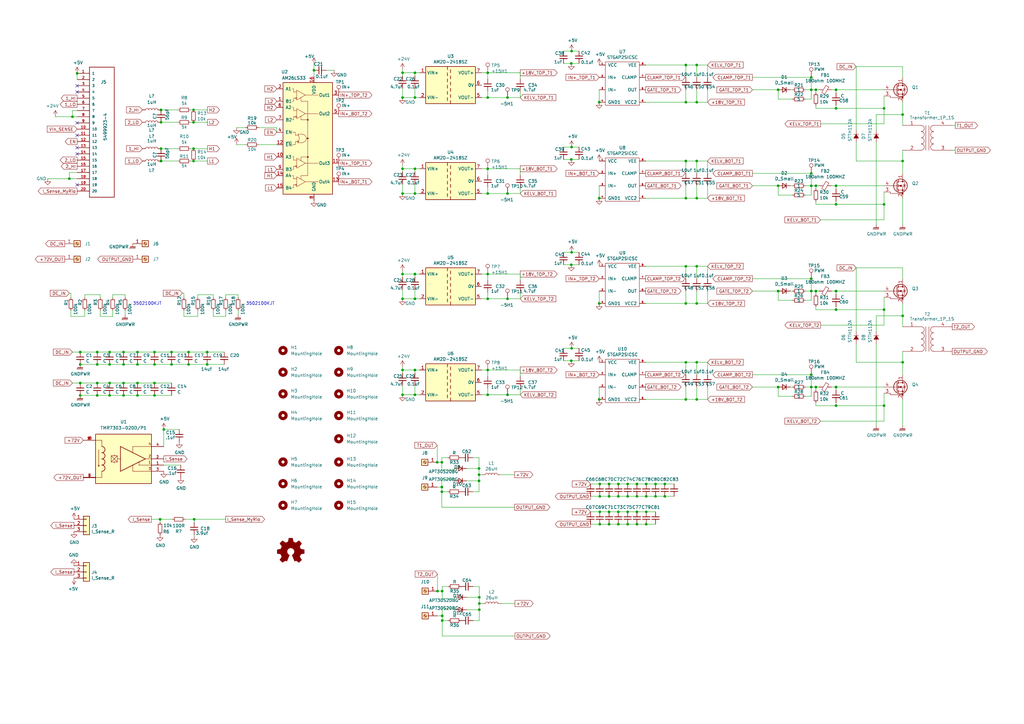
<source format=kicad_sch>
(kicad_sch (version 20230121) (generator eeschema)
  (paper "A3")
  (junction (at 200.025 69.215))
  (junction (at 234.315 147.955))
  (junction (at 370.205 46.99))
  (junction (at 268.859 203.581))
  (junction (at 196.596 247.523))
  (junction (at 272.669 203.581))
  (junction (at 67.183 176.149))
  (junction (at 245.745 81.28))
  (junction (at 370.205 148.59))
  (junction (at 370.205 66.04))
  (junction (at 362.585 166.37))
  (junction (at 39.878 157.099))
  (junction (at 165.1 29.845))
  (junction (at 79.375 66.04))
  (junction (at 44.958 157.099))
  (junction (at 334.645 158.75))
  (junction (at 170.18 40.005))
  (junction (at 79.375 45.085))
  (junction (at 77.343 149.479))
  (junction (at 253.619 209.931))
  (junction (at 200.025 40.005))
  (junction (at 249.809 209.931))
  (junction (at 319.151 119.38))
  (junction (at 44.958 144.399))
  (junction (at 181.229 189.611))
  (junction (at 234.315 26.035))
  (junction (at 281.305 109.22))
  (junction (at 179.451 242.443))
  (junction (at 50.673 149.479))
  (junction (at 196.469 192.151))
  (junction (at 245.999 198.501))
  (junction (at 165.1 122.555))
  (junction (at 253.619 198.501))
  (junction (at 200.025 112.395))
  (junction (at 249.809 215.011))
  (junction (at 66.04 50.165))
  (junction (at 261.239 215.011))
  (junction (at 200.025 122.555))
  (junction (at 281.305 124.46))
  (junction (at 181.229 201.676))
  (junction (at 332.74 153.67))
  (junction (at 39.878 144.399))
  (junction (at 285.75 163.83))
  (junction (at 319.151 36.83))
  (junction (at 29.718 47.879))
  (junction (at 234.442 142.875))
  (junction (at 65.659 212.979))
  (junction (at 181.229 199.771))
  (junction (at 56.388 157.099))
  (junction (at 265.049 203.581))
  (junction (at 253.619 215.011))
  (junction (at 257.429 198.501))
  (junction (at 28.448 73.279))
  (junction (at 32.893 162.179))
  (junction (at 70.358 144.399))
  (junction (at 165.1 112.395))
  (junction (at 285.75 81.28))
  (junction (at 56.388 149.479))
  (junction (at 56.388 162.179))
  (junction (at 342.9 76.2))
  (junction (at 281.305 41.91))
  (junction (at 245.745 41.91))
  (junction (at 200.025 79.375))
  (junction (at 332.74 158.75))
  (junction (at 208.153 79.375))
  (junction (at 281.305 81.28))
  (junction (at 281.305 148.59))
  (junction (at 181.356 254.508))
  (junction (at 342.9 44.45))
  (junction (at 342.9 119.38))
  (junction (at 63.373 157.099))
  (junction (at 39.878 162.179))
  (junction (at 39.878 149.479))
  (junction (at 63.373 144.399))
  (junction (at 79.375 60.96))
  (junction (at 257.429 209.931))
  (junction (at 370.205 129.54))
  (junction (at 332.74 31.75))
  (junction (at 63.373 149.479))
  (junction (at 334.645 76.2))
  (junction (at 281.305 163.83))
  (junction (at 234.442 20.955))
  (junction (at 272.669 198.501))
  (junction (at 281.305 66.04))
  (junction (at 234.315 108.585))
  (junction (at 196.596 250.063))
  (junction (at 285.75 26.67))
  (junction (at 196.596 244.983))
  (junction (at 70.358 149.479))
  (junction (at 319.151 158.75))
  (junction (at 257.429 203.581))
  (junction (at 200.025 29.845))
  (junction (at 342.9 158.75))
  (junction (at 66.04 66.04))
  (junction (at 165.1 69.215))
  (junction (at 245.745 163.83))
  (junction (at 245.999 215.011))
  (junction (at 208.153 40.005))
  (junction (at 362.585 127))
  (junction (at 32.893 149.479))
  (junction (at 261.239 198.501))
  (junction (at 50.673 157.099))
  (junction (at 265.049 209.931))
  (junction (at 334.645 36.83))
  (junction (at 181.356 252.603))
  (junction (at 342.9 83.82))
  (junction (at 245.999 209.931))
  (junction (at 234.315 65.405))
  (junction (at 281.305 26.67))
  (junction (at 84.963 144.399))
  (junction (at 181.356 242.443))
  (junction (at 196.469 194.691))
  (junction (at 332.74 114.3))
  (junction (at 179.324 189.611))
  (junction (at 50.673 144.399))
  (junction (at 66.04 45.085))
  (junction (at 128.778 28.829))
  (junction (at 32.893 157.099))
  (junction (at 332.74 119.38))
  (junction (at 245.745 124.46))
  (junction (at 165.1 40.005))
  (junction (at 234.442 103.505))
  (junction (at 342.9 36.83))
  (junction (at 342.9 127))
  (junction (at 56.388 144.399))
  (junction (at 31.623 30.099))
  (junction (at 200.025 151.765))
  (junction (at 245.999 203.581))
  (junction (at 170.18 112.395))
  (junction (at 257.429 215.011))
  (junction (at 261.239 203.581))
  (junction (at 44.958 162.179))
  (junction (at 84.963 149.479))
  (junction (at 332.74 76.2))
  (junction (at 50.673 162.179))
  (junction (at 268.859 198.501))
  (junction (at 249.809 198.501))
  (junction (at 165.1 79.375))
  (junction (at 285.75 148.59))
  (junction (at 165.1 151.765))
  (junction (at 66.04 60.96))
  (junction (at 170.18 69.215))
  (junction (at 265.049 215.011))
  (junction (at 285.75 124.46))
  (junction (at 170.18 29.845))
  (junction (at 165.1 161.925))
  (junction (at 342.9 166.37))
  (junction (at 265.049 198.501))
  (junction (at 208.153 161.925))
  (junction (at 362.585 44.45))
  (junction (at 285.75 109.22))
  (junction (at 253.619 203.581))
  (junction (at 332.74 71.12))
  (junction (at 63.373 162.179))
  (junction (at 79.629 212.979))
  (junction (at 77.343 144.399))
  (junction (at 261.239 209.931))
  (junction (at 170.18 151.765))
  (junction (at 334.645 119.38))
  (junction (at 208.153 122.555))
  (junction (at 362.585 83.82))
  (junction (at 170.18 161.925))
  (junction (at 44.958 149.479))
  (junction (at 249.809 203.581))
  (junction (at 285.75 41.91))
  (junction (at 79.375 50.165))
  (junction (at 196.469 197.231))
  (junction (at 285.75 66.04))
  (junction (at 319.151 76.2))
  (junction (at 234.442 60.325))
  (junction (at 32.893 144.399))
  (junction (at 200.025 161.925))
  (junction (at 170.18 122.555))
  (junction (at 170.18 79.375))
  (junction (at 332.74 36.83))
  (no_connect (at 31.623 50.419))
  (no_connect (at 31.623 75.819))
  (no_connect (at 31.623 63.119))
  (no_connect (at 31.623 55.499))
  (no_connect (at 31.623 37.719))
  (no_connect (at 31.623 35.179))
  (no_connect (at 31.623 60.579))
  (wire (pts (xy 249.809 209.931) (xy 253.619 209.931)))
  (wire (pts (xy 165.1 118.745) (xy 165.1 122.555)))
  (wire (pts (xy 370.205 129.54) (xy 370.205 133.985)))
  (wire (pts (xy 170.18 161.925) (xy 172.085 161.925)))
  (wire (pts (xy 200.025 69.215) (xy 213.36 69.215)))
  (wire (pts (xy 197.485 122.555) (xy 200.025 122.555)))
  (wire (pts (xy 285.75 66.04) (xy 290.195 66.04)))
  (wire (pts (xy 342.9 127) (xy 362.585 127)))
  (wire (pts (xy 234.442 142.875) (xy 237.49 142.875)))
  (wire (pts (xy 231.14 147.955) (xy 234.315 147.955)))
  (wire (pts (xy 79.629 219.329) (xy 79.629 219.964)))
  (wire (pts (xy 78.105 60.96) (xy 79.375 60.96)))
  (wire (pts (xy 324.231 76.2) (xy 325.12 76.2)))
  (wire (pts (xy 170.18 79.375) (xy 172.085 79.375)))
  (wire (pts (xy 264.795 124.46) (xy 281.305 124.46)))
  (wire (pts (xy 34.798 122.174) (xy 34.798 120.904)))
  (wire (pts (xy 196.469 192.151) (xy 196.469 194.691)))
  (wire (pts (xy 165.1 69.215) (xy 170.18 69.215)))
  (wire (pts (xy 181.229 196.596) (xy 186.309 196.596)))
  (wire (pts (xy 208.153 40.005) (xy 213.36 40.005)))
  (wire (pts (xy 165.1 79.375) (xy 170.18 79.375)))
  (wire (pts (xy 46.228 129.794) (xy 46.228 127.254)))
  (wire (pts (xy 200.025 151.765) (xy 200.025 154.305)))
  (wire (pts (xy 41.148 127.254) (xy 41.148 129.794)))
  (wire (pts (xy 281.305 66.04) (xy 285.75 66.04)))
  (wire (pts (xy 342.9 165.1) (xy 342.9 166.37)))
  (wire (pts (xy 65.659 212.979) (xy 70.739 212.979)))
  (wire (pts (xy 351.155 148.59) (xy 370.205 148.59)))
  (wire (pts (xy 245.999 198.501) (xy 249.809 198.501)))
  (wire (pts (xy 290.195 163.83) (xy 290.195 158.75)))
  (wire (pts (xy 351.155 140.97) (xy 351.155 148.59)))
  (wire (pts (xy 63.373 157.099) (xy 70.358 157.099)))
  (wire (pts (xy 39.878 162.179) (xy 44.958 162.179)))
  (wire (pts (xy 165.1 151.765) (xy 165.1 153.035)))
  (wire (pts (xy 179.324 199.771) (xy 181.229 199.771)))
  (wire (pts (xy 253.619 209.931) (xy 257.429 209.931)))
  (wire (pts (xy 330.2 80.01) (xy 332.74 80.01)))
  (wire (pts (xy 51.308 120.904) (xy 51.308 122.174)))
  (wire (pts (xy 170.18 75.565) (xy 170.18 79.375)))
  (wire (pts (xy 56.388 144.399) (xy 63.373 144.399)))
  (wire (pts (xy 44.958 144.399) (xy 50.673 144.399)))
  (wire (pts (xy 231.14 60.325) (xy 234.442 60.325)))
  (wire (pts (xy 231.14 20.955) (xy 234.442 20.955)))
  (wire (pts (xy 362.585 133.35) (xy 362.585 127)))
  (wire (pts (xy 213.36 71.755) (xy 213.36 69.215)))
  (wire (pts (xy 208.153 79.375) (xy 213.36 79.375)))
  (wire (pts (xy 334.645 44.45) (xy 342.9 44.45)))
  (wire (pts (xy 63.373 149.479) (xy 70.358 149.479)))
  (wire (pts (xy 165.1 111.125) (xy 165.1 112.395)))
  (wire (pts (xy 19.558 73.279) (xy 28.448 73.279)))
  (wire (pts (xy 245.745 36.83) (xy 245.745 41.91)))
  (wire (pts (xy 242.189 209.931) (xy 245.999 209.931)))
  (wire (pts (xy 342.9 119.38) (xy 362.585 119.38)))
  (wire (pts (xy 165.1 69.215) (xy 165.1 70.485)))
  (wire (pts (xy 264.795 81.28) (xy 281.305 81.28)))
  (wire (pts (xy 334.645 82.55) (xy 334.645 83.82)))
  (wire (pts (xy 245.999 203.581) (xy 249.809 203.581)))
  (wire (pts (xy 191.516 250.063) (xy 196.596 250.063)))
  (wire (pts (xy 197.485 79.375) (xy 200.025 79.375)))
  (wire (pts (xy 324.231 158.75) (xy 325.12 158.75)))
  (wire (pts (xy 193.929 187.706) (xy 196.469 187.706)))
  (wire (pts (xy 285.75 36.83) (xy 285.75 41.91)))
  (wire (pts (xy 308.61 158.75) (xy 319.151 158.75)))
  (wire (pts (xy 183.769 187.706) (xy 181.229 187.706)))
  (wire (pts (xy 170.18 151.765) (xy 170.18 153.035)))
  (wire (pts (xy 334.645 119.38) (xy 334.645 120.65)))
  (wire (pts (xy 362.585 39.37) (xy 362.585 44.45)))
  (wire (pts (xy 200.025 112.395) (xy 200.025 114.935)))
  (wire (pts (xy 342.9 158.75) (xy 342.9 160.02)))
  (wire (pts (xy 281.305 36.83) (xy 281.305 41.91)))
  (wire (pts (xy 290.195 109.22) (xy 290.195 114.3)))
  (wire (pts (xy 336.55 90.17) (xy 362.585 90.17)))
  (wire (pts (xy 63.373 144.399) (xy 70.358 144.399)))
  (wire (pts (xy 79.375 50.165) (xy 85.09 50.165)))
  (wire (pts (xy 31.623 30.099) (xy 31.623 32.639)))
  (wire (pts (xy 79.375 66.04) (xy 85.09 66.04)))
  (wire (pts (xy 165.1 36.195) (xy 165.1 40.005)))
  (wire (pts (xy 253.619 215.011) (xy 257.429 215.011)))
  (wire (pts (xy 234.315 26.035) (xy 237.49 26.035)))
  (wire (pts (xy 51.308 127.254) (xy 51.308 129.159)))
  (wire (pts (xy 197.739 194.691) (xy 196.469 194.691)))
  (wire (pts (xy 334.645 36.83) (xy 335.915 36.83)))
  (wire (pts (xy 97.663 127.254) (xy 97.663 129.159)))
  (wire (pts (xy 285.75 76.2) (xy 285.75 81.28)))
  (wire (pts (xy 370.205 163.83) (xy 370.205 174.625)))
  (wire (pts (xy 197.485 151.765) (xy 200.025 151.765)))
  (wire (pts (xy 334.645 119.38) (xy 335.915 119.38)))
  (wire (pts (xy 285.75 41.91) (xy 290.195 41.91)))
  (wire (pts (xy 334.645 76.2) (xy 335.915 76.2)))
  (wire (pts (xy 170.18 112.395) (xy 170.18 113.665)))
  (wire (pts (xy 97.028 52.324) (xy 100.838 52.324)))
  (wire (pts (xy 370.205 148.59) (xy 370.205 153.67)))
  (wire (pts (xy 281.305 124.46) (xy 285.75 124.46)))
  (wire (pts (xy 332.74 123.19) (xy 332.74 119.38)))
  (wire (pts (xy 370.205 81.28) (xy 370.205 92.075)))
  (wire (pts (xy 265.049 209.931) (xy 268.859 209.931)))
  (wire (pts (xy 308.61 114.3) (xy 332.74 114.3)))
  (wire (pts (xy 242.189 198.501) (xy 245.999 198.501)))
  (wire (pts (xy 181.356 254.508) (xy 183.896 254.508)))
  (wire (pts (xy 165.1 28.575) (xy 165.1 29.845)))
  (wire (pts (xy 308.61 36.83) (xy 319.151 36.83)))
  (wire (pts (xy 200.025 151.765) (xy 213.36 151.765)))
  (wire (pts (xy 281.305 26.67) (xy 281.305 31.75)))
  (wire (pts (xy 281.305 81.28) (xy 285.75 81.28)))
  (wire (pts (xy 334.645 165.1) (xy 334.645 166.37)))
  (wire (pts (xy 165.1 158.115) (xy 165.1 161.925)))
  (wire (pts (xy 179.451 252.603) (xy 181.356 252.603)))
  (wire (pts (xy 196.469 197.231) (xy 196.469 201.676)))
  (wire (pts (xy 242.189 215.011) (xy 245.999 215.011)))
  (wire (pts (xy 264.795 41.91) (xy 281.305 41.91)))
  (wire (pts (xy 29.718 45.339) (xy 29.718 47.879)))
  (wire (pts (xy 170.18 118.745) (xy 170.18 122.555)))
  (wire (pts (xy 330.2 162.56) (xy 332.74 162.56)))
  (wire (pts (xy 170.18 122.555) (xy 172.085 122.555)))
  (wire (pts (xy 332.74 80.01) (xy 332.74 76.2)))
  (wire (pts (xy 213.36 154.305) (xy 213.36 151.765)))
  (wire (pts (xy 359.41 58.42) (xy 359.41 92.075)))
  (wire (pts (xy 29.718 144.399) (xy 32.893 144.399)))
  (wire (pts (xy 65.659 214.249) (xy 65.659 212.979)))
  (wire (pts (xy 196.596 254.508) (xy 194.056 254.508)))
  (wire (pts (xy 257.429 203.581) (xy 261.239 203.581)))
  (wire (pts (xy 330.2 123.19) (xy 332.74 123.19)))
  (wire (pts (xy 351.155 109.855) (xy 370.205 109.855)))
  (wire (pts (xy 334.645 76.2) (xy 334.645 77.47)))
  (wire (pts (xy 257.429 209.931) (xy 261.239 209.931)))
  (wire (pts (xy 165.1 112.395) (xy 165.1 113.665)))
  (wire (pts (xy 32.893 157.099) (xy 39.878 157.099)))
  (wire (pts (xy 81.153 129.794) (xy 81.153 127.254)))
  (wire (pts (xy 41.148 120.904) (xy 41.148 122.174)))
  (wire (pts (xy 181.229 187.706) (xy 181.229 189.611)))
  (wire (pts (xy 245.999 209.931) (xy 249.809 209.931)))
  (wire (pts (xy 325.12 40.64) (xy 319.151 40.64)))
  (wire (pts (xy 272.669 203.581) (xy 276.479 203.581)))
  (wire (pts (xy 63.373 162.179) (xy 70.358 162.179)))
  (wire (pts (xy 200.025 79.375) (xy 208.153 79.375)))
  (wire (pts (xy 200.025 161.925) (xy 208.153 161.925)))
  (wire (pts (xy 334.645 43.18) (xy 334.645 44.45)))
  (wire (pts (xy 34.798 129.794) (xy 34.798 127.254)))
  (wire (pts (xy 170.18 29.845) (xy 170.18 31.115)))
  (wire (pts (xy 285.75 109.22) (xy 285.75 114.3)))
  (wire (pts (xy 67.183 176.149) (xy 73.533 176.149)))
  (wire (pts (xy 370.205 124.46) (xy 370.205 129.54)))
  (wire (pts (xy 285.75 124.46) (xy 290.195 124.46)))
  (wire (pts (xy 281.305 148.59) (xy 285.75 148.59)))
  (wire (pts (xy 324.231 119.38) (xy 325.12 119.38)))
  (wire (pts (xy 330.2 158.75) (xy 332.74 158.75)))
  (wire (pts (xy 264.795 163.83) (xy 281.305 163.83)))
  (wire (pts (xy 84.963 149.479) (xy 91.948 149.479)))
  (wire (pts (xy 196.596 244.983) (xy 196.596 247.523)))
  (wire (pts (xy 200.025 69.215) (xy 200.025 71.755)))
  (wire (pts (xy 370.205 46.99) (xy 370.205 51.435)))
  (wire (pts (xy 268.859 198.501) (xy 272.669 198.501)))
  (wire (pts (xy 334.645 166.37) (xy 342.9 166.37)))
  (wire (pts (xy 257.429 215.011) (xy 261.239 215.011)))
  (wire (pts (xy 208.153 161.925) (xy 213.36 161.925)))
  (wire (pts (xy 208.153 122.555) (xy 213.36 122.555)))
  (wire (pts (xy 234.442 103.505) (xy 237.49 103.505)))
  (wire (pts (xy 290.195 124.46) (xy 290.195 119.38)))
  (wire (pts (xy 213.36 32.385) (xy 213.36 29.845)))
  (wire (pts (xy 39.878 149.479) (xy 44.958 149.479)))
  (wire (pts (xy 253.619 203.581) (xy 257.429 203.581)))
  (wire (pts (xy 75.438 127.254) (xy 75.438 129.794)))
  (wire (pts (xy 29.718 47.879) (xy 31.623 47.879)))
  (wire (pts (xy 92.583 120.904) (xy 97.663 120.904)))
  (wire (pts (xy 179.324 189.611) (xy 181.229 189.611)))
  (wire (pts (xy 342.9 44.45) (xy 362.585 44.45)))
  (wire (pts (xy 334.645 125.73) (xy 334.645 127)))
  (wire (pts (xy 264.795 148.59) (xy 281.305 148.59)))
  (wire (pts (xy 213.36 161.925) (xy 213.36 159.385)))
  (wire (pts (xy 362.585 83.82) (xy 362.585 90.17)))
  (wire (pts (xy 351.155 27.305) (xy 370.205 27.305)))
  (wire (pts (xy 181.229 196.596) (xy 181.229 199.771)))
  (wire (pts (xy 28.448 73.279) (xy 28.448 70.739)))
  (wire (pts (xy 332.74 119.38) (xy 334.645 119.38)))
  (wire (pts (xy 281.305 148.59) (xy 281.305 153.67)))
  (wire (pts (xy 66.04 45.085) (xy 73.025 45.085)))
  (wire (pts (xy 165.1 29.845) (xy 165.1 31.115)))
  (wire (pts (xy 264.795 26.67) (xy 281.305 26.67)))
  (wire (pts (xy 70.358 149.479) (xy 77.343 149.479)))
  (wire (pts (xy 213.36 114.935) (xy 213.36 112.395)))
  (wire (pts (xy 196.596 250.063) (xy 196.596 254.508)))
  (wire (pts (xy 46.228 120.904) (xy 51.308 120.904)))
  (wire (pts (xy 200.025 120.015) (xy 200.025 122.555)))
  (wire (pts (xy 67.183 190.754) (xy 74.168 190.754)))
  (wire (pts (xy 281.305 26.67) (xy 285.75 26.67)))
  (wire (pts (xy 359.41 53.34) (xy 359.41 46.99)))
  (wire (pts (xy 340.995 119.38) (xy 342.9 119.38)))
  (wire (pts (xy 81.153 122.174) (xy 81.153 120.904)))
  (wire (pts (xy 342.9 76.2) (xy 362.585 76.2)))
  (wire (pts (xy 336.55 50.8) (xy 362.585 50.8)))
  (wire (pts (xy 342.9 43.18) (xy 342.9 44.45)))
  (wire (pts (xy 77.343 149.479) (xy 84.963 149.479)))
  (wire (pts (xy 334.645 83.82) (xy 342.9 83.82)))
  (wire (pts (xy 200.025 29.845) (xy 200.025 32.385)))
  (wire (pts (xy 29.083 120.269) (xy 29.083 122.174)))
  (wire (pts (xy 181.229 208.026) (xy 211.074 208.026)))
  (wire (pts (xy 324.231 36.83) (xy 325.12 36.83)))
  (wire (pts (xy 75.438 120.269) (xy 75.438 122.174)))
  (wire (pts (xy 332.74 40.64) (xy 332.74 36.83)))
  (wire (pts (xy 165.1 151.765) (xy 170.18 151.765)))
  (wire (pts (xy 325.12 162.56) (xy 319.151 162.56)))
  (wire (pts (xy 261.239 198.501) (xy 265.049 198.501)))
  (wire (pts (xy 285.75 81.28) (xy 290.195 81.28)))
  (wire (pts (xy 332.74 153.67) (xy 332.74 158.75)))
  (wire (pts (xy 362.585 166.37) (xy 362.585 161.29)))
  (wire (pts (xy 319.151 40.64) (xy 319.151 36.83)))
  (wire (pts (xy 78.105 66.04) (xy 79.375 66.04)))
  (wire (pts (xy 285.75 109.22) (xy 290.195 109.22)))
  (wire (pts (xy 181.229 189.611) (xy 181.229 192.786)))
  (wire (pts (xy 79.375 45.085) (xy 85.09 45.085)))
  (wire (pts (xy 186.309 192.151) (xy 186.309 192.786)))
  (wire (pts (xy 332.74 71.12) (xy 332.74 76.2)))
  (wire (pts (xy 231.14 103.505) (xy 234.442 103.505)))
  (wire (pts (xy 28.448 120.269) (xy 29.083 120.269)))
  (wire (pts (xy 179.324 182.626) (xy 179.324 189.611)))
  (wire (pts (xy 39.878 157.099) (xy 44.958 157.099)))
  (wire (pts (xy 181.356 242.443) (xy 181.356 245.618)))
  (wire (pts (xy 245.745 158.75) (xy 245.745 163.83)))
  (wire (pts (xy 46.228 122.174) (xy 46.228 120.904)))
  (wire (pts (xy 336.55 172.72) (xy 362.585 172.72)))
  (wire (pts (xy 181.229 192.786) (xy 186.309 192.786)))
  (wire (pts (xy 67.183 176.149) (xy 67.183 183.134)))
  (wire (pts (xy 261.239 215.011) (xy 265.049 215.011)))
  (wire (pts (xy 332.74 158.75) (xy 334.645 158.75)))
  (wire (pts (xy 200.025 159.385) (xy 200.025 161.925)))
  (wire (pts (xy 342.9 125.73) (xy 342.9 127)))
  (wire (pts (xy 330.2 36.83) (xy 332.74 36.83)))
  (wire (pts (xy 39.878 144.399) (xy 44.958 144.399)))
  (wire (pts (xy 87.503 127.254) (xy 87.503 129.794)))
  (wire (pts (xy 79.629 214.249) (xy 79.629 212.979)))
  (wire (pts (xy 44.958 149.479) (xy 50.673 149.479)))
  (wire (pts (xy 170.18 36.195) (xy 170.18 40.005)))
  (wire (pts (xy 181.356 252.603) (xy 181.356 254.508)))
  (wire (pts (xy 179.451 235.458) (xy 179.451 242.443)))
  (wire (pts (xy 113.538 52.324) (xy 113.538 54.229)))
  (wire (pts (xy 181.356 245.618) (xy 186.436 245.618)))
  (wire (pts (xy 330.2 40.64) (xy 332.74 40.64)))
  (wire (pts (xy 285.75 148.59) (xy 285.75 153.67)))
  (wire (pts (xy 272.669 198.501) (xy 276.479 198.501)))
  (wire (pts (xy 181.229 199.771) (xy 181.229 201.676)))
  (wire (pts (xy 234.315 147.955) (xy 237.49 147.955)))
  (wire (pts (xy 234.442 20.955) (xy 237.49 20.955)))
  (wire (pts (xy 128.778 26.289) (xy 128.778 28.829)))
  (wire (pts (xy 253.619 198.501) (xy 257.429 198.501)))
  (wire (pts (xy 290.195 66.04) (xy 290.195 71.12)))
  (wire (pts (xy 265.049 215.011) (xy 268.859 215.011)))
  (wire (pts (xy 390.525 61.595) (xy 391.795 61.595)))
  (wire (pts (xy 325.12 80.01) (xy 319.151 80.01)))
  (wire (pts (xy 181.356 240.538) (xy 181.356 242.443)))
  (wire (pts (xy 197.485 161.925) (xy 200.025 161.925)))
  (wire (pts (xy 351.155 135.89) (xy 351.155 109.855)))
  (wire (pts (xy 78.105 50.165) (xy 79.375 50.165)))
  (wire (pts (xy 56.388 162.179) (xy 63.373 162.179)))
  (wire (pts (xy 308.61 153.67) (xy 332.74 153.67)))
  (wire (pts (xy 370.205 144.145) (xy 370.205 148.59)))
  (wire (pts (xy 197.485 69.215) (xy 200.025 69.215)))
  (wire (pts (xy 342.9 36.83) (xy 362.585 36.83)))
  (wire (pts (xy 362.585 166.37) (xy 362.585 172.72)))
  (wire (pts (xy 170.18 69.215) (xy 170.18 70.485)))
  (wire (pts (xy 32.893 144.399) (xy 39.878 144.399)))
  (wire (pts (xy 370.205 61.595) (xy 370.205 66.04)))
  (wire (pts (xy 261.239 209.931) (xy 265.049 209.931)))
  (wire (pts (xy 165.1 112.395) (xy 170.18 112.395)))
  (wire (pts (xy 332.74 31.75) (xy 332.74 36.83)))
  (wire (pts (xy 281.305 109.22) (xy 281.305 114.3)))
  (wire (pts (xy 290.195 81.28) (xy 290.195 76.2)))
  (wire (pts (xy 319.151 80.01) (xy 319.151 76.2)))
  (wire (pts (xy 181.356 249.428) (xy 186.436 249.428)))
  (wire (pts (xy 234.315 65.405) (xy 237.49 65.405)))
  (wire (pts (xy 97.028 59.309) (xy 100.838 59.309)))
  (wire (pts (xy 50.673 162.179) (xy 56.388 162.179)))
  (wire (pts (xy 257.429 198.501) (xy 261.239 198.501)))
  (wire (pts (xy 186.436 244.983) (xy 186.436 245.618)))
  (wire (pts (xy 172.085 151.765) (xy 170.18 151.765)))
  (wire (pts (xy 32.893 149.479) (xy 39.878 149.479)))
  (wire (pts (xy 242.189 203.581) (xy 245.999 203.581)))
  (wire (pts (xy 342.9 158.75) (xy 362.585 158.75)))
  (wire (pts (xy 231.14 65.405) (xy 234.315 65.405)))
  (wire (pts (xy 165.1 67.945) (xy 165.1 69.215)))
  (wire (pts (xy 78.105 45.085) (xy 79.375 45.085)))
  (wire (pts (xy 342.9 119.38) (xy 342.9 120.65)))
  (wire (pts (xy 245.745 119.38) (xy 245.745 124.46)))
  (wire (pts (xy 359.41 46.99) (xy 370.205 46.99)))
  (wire (pts (xy 334.645 158.75) (xy 334.645 160.02)))
  (wire (pts (xy 97.663 120.904) (xy 97.663 122.174)))
  (wire (pts (xy 105.918 52.324) (xy 113.538 52.324)))
  (wire (pts (xy 87.503 129.794) (xy 92.583 129.794)))
  (wire (pts (xy 265.049 198.501) (xy 268.859 198.501)))
  (wire (pts (xy 319.151 123.19) (xy 319.151 119.38)))
  (wire (pts (xy 370.205 66.04) (xy 370.205 71.12)))
  (wire (pts (xy 75.819 212.979) (xy 79.629 212.979)))
  (wire (pts (xy 351.155 58.42) (xy 351.155 66.04)))
  (wire (pts (xy 340.995 36.83) (xy 342.9 36.83)))
  (wire (pts (xy 261.239 203.581) (xy 265.049 203.581)))
  (wire (pts (xy 285.75 148.59) (xy 290.195 148.59)))
  (wire (pts (xy 200.025 29.845) (xy 213.36 29.845)))
  (wire (pts (xy 245.745 76.2) (xy 245.745 81.28)))
  (wire (pts (xy 75.438 129.794) (xy 81.153 129.794)))
  (wire (pts (xy 65.659 212.979) (xy 62.103 212.979)))
  (wire (pts (xy 197.485 29.845) (xy 200.025 29.845)))
  (wire (pts (xy 213.36 79.375) (xy 213.36 76.835)))
  (wire (pts (xy 200.025 40.005) (xy 208.153 40.005)))
  (wire (pts (xy 264.795 109.22) (xy 281.305 109.22)))
  (wire (pts (xy 281.305 119.38) (xy 281.305 124.46)))
  (wire (pts (xy 32.893 162.179) (xy 39.878 162.179)))
  (wire (pts (xy 172.085 29.845) (xy 170.18 29.845)))
  (wire (pts (xy 370.205 41.91) (xy 370.205 46.99)))
  (wire (pts (xy 205.486 247.523) (xy 211.201 247.523)))
  (wire (pts (xy 336.55 133.35) (xy 362.585 133.35)))
  (wire (pts (xy 84.963 144.399) (xy 91.948 144.399)))
  (wire (pts (xy 213.36 40.005) (xy 213.36 37.465)))
  (wire (pts (xy 186.436 249.428) (xy 186.436 250.063)))
  (wire (pts (xy 342.9 82.55) (xy 342.9 83.82)))
  (wire (pts (xy 285.75 66.04) (xy 285.75 71.12)))
  (wire (pts (xy 165.1 150.495) (xy 165.1 151.765)))
  (wire (pts (xy 181.356 260.858) (xy 211.201 260.858)))
  (wire (pts (xy 181.356 249.428) (xy 181.356 252.603)))
  (wire (pts (xy 165.1 122.555) (xy 170.18 122.555)))
  (wire (pts (xy 191.516 244.983) (xy 196.596 244.983)))
  (wire (pts (xy 165.1 161.925) (xy 170.18 161.925)))
  (wire (pts (xy 200.025 112.395) (xy 213.36 112.395)))
  (wire (pts (xy 319.151 162.56) (xy 319.151 158.75)))
  (wire (pts (xy 172.085 112.395) (xy 170.18 112.395)))
  (wire (pts (xy 213.36 122.555) (xy 213.36 120.015)))
  (wire (pts (xy 281.305 163.83) (xy 285.75 163.83)))
  (wire (pts (xy 249.809 203.581) (xy 253.619 203.581)))
  (wire (pts (xy 22.733 47.879) (xy 29.718 47.879)))
  (wire (pts (xy 56.388 149.479) (xy 63.373 149.479)))
  (wire (pts (xy 231.14 108.585) (xy 234.315 108.585)))
  (wire (pts (xy 330.2 119.38) (xy 332.74 119.38)))
  (wire (pts (xy 79.375 60.96) (xy 85.09 60.96)))
  (wire (pts (xy 197.485 40.005) (xy 200.025 40.005)))
  (wire (pts (xy 285.75 26.67) (xy 285.75 31.75)))
  (wire (pts (xy 268.859 203.581) (xy 272.669 203.581)))
  (wire (pts (xy 197.866 247.523) (xy 196.596 247.523)))
  (wire (pts (xy 41.148 129.794) (xy 46.228 129.794)))
  (wire (pts (xy 281.305 109.22) (xy 285.75 109.22)))
  (wire (pts (xy 181.229 201.676) (xy 181.229 208.026)))
  (wire (pts (xy 170.18 40.005) (xy 172.085 40.005)))
  (wire (pts (xy 92.583 129.794) (xy 92.583 127.254)))
  (wire (pts (xy 196.469 194.691) (xy 196.469 197.231)))
  (wire (pts (xy 325.12 123.19) (xy 319.151 123.19)))
  (wire (pts (xy 308.61 119.38) (xy 319.151 119.38)))
  (wire (pts (xy 196.596 247.523) (xy 196.596 250.063)))
  (wire (pts (xy 179.451 242.443) (xy 181.356 242.443)))
  (wire (pts (xy 66.04 50.165) (xy 73.025 50.165)))
  (wire (pts (xy 281.305 66.04) (xy 281.305 71.12)))
  (wire (pts (xy 351.155 53.34) (xy 351.155 27.305)))
  (wire (pts (xy 170.18 158.115) (xy 170.18 161.925)))
  (wire (pts (xy 249.809 198.501) (xy 253.619 198.501)))
  (wire (pts (xy 308.61 71.12) (xy 332.74 71.12)))
  (wire (pts (xy 128.778 28.829) (xy 128.778 31.369)))
  (wire (pts (xy 66.04 66.04) (xy 73.025 66.04)))
  (wire (pts (xy 197.485 112.395) (xy 200.025 112.395)))
  (wire (pts (xy 194.056 240.538) (xy 196.596 240.538)))
  (wire (pts (xy 359.41 140.97) (xy 359.41 174.625)))
  (wire (pts (xy 87.503 120.904) (xy 87.503 122.174)))
  (wire (pts (xy 77.343 144.399) (xy 84.963 144.399)))
  (wire (pts (xy 290.195 41.91) (xy 290.195 36.83)))
  (wire (pts (xy 44.958 157.099) (xy 50.673 157.099)))
  (wire (pts (xy 308.61 76.2) (xy 319.151 76.2)))
  (wire (pts (xy 281.305 41.91) (xy 285.75 41.91)))
  (wire (pts (xy 56.388 157.099) (xy 63.373 157.099)))
  (wire (pts (xy 234.315 108.585) (xy 237.49 108.585)))
  (wire (pts (xy 342.9 76.2) (xy 342.9 77.47)))
  (wire (pts (xy 330.2 76.2) (xy 332.74 76.2)))
  (wire (pts (xy 332.74 114.3) (xy 332.74 119.38)))
  (wire (pts (xy 265.049 203.581) (xy 268.859 203.581)))
  (wire (pts (xy 231.14 26.035) (xy 234.315 26.035)))
  (wire (pts (xy 29.083 127.254) (xy 29.083 129.794)))
  (wire (pts (xy 79.629 212.979) (xy 92.583 212.979)))
  (wire (pts (xy 285.75 119.38) (xy 285.75 124.46)))
  (wire (pts (xy 285.75 26.67) (xy 290.195 26.67)))
  (wire (pts (xy 245.999 215.011) (xy 249.809 215.011)))
  (wire (pts (xy 200.025 37.465) (xy 200.025 40.005)))
  (wire (pts (xy 200.025 122.555) (xy 208.153 122.555)))
  (wire (pts (xy 196.596 240.538) (xy 196.596 244.983)))
  (wire (pts (xy 264.795 66.04) (xy 281.305 66.04)))
  (wire (pts (xy 234.442 60.325) (xy 237.49 60.325)))
  (wire (pts (xy 342.9 36.83) (xy 342.9 38.1)))
  (wire (pts (xy 370.205 109.855) (xy 370.205 114.3)))
  (wire (pts (xy 205.359 194.691) (xy 211.074 194.691)))
  (wire (pts (xy 92.583 122.174) (xy 92.583 120.904)))
  (wire (pts (xy 390.525 51.435) (xy 391.795 51.435)))
  (wire (pts (xy 308.61 31.75) (xy 332.74 31.75)))
  (wire (pts (xy 70.358 144.399) (xy 77.343 144.399)))
  (wire (pts (xy 183.896 240.538) (xy 181.356 240.538)))
  (wire (pts (xy 281.305 76.2) (xy 281.305 81.28)))
  (wire (pts (xy 370.205 27.305) (xy 370.205 31.75)))
  (wire (pts (xy 332.74 162.56) (xy 332.74 158.75)))
  (wire (pts (xy 191.389 197.231) (xy 196.469 197.231)))
  (wire (pts (xy 181.356 254.508) (xy 181.356 260.858)))
  (wire (pts (xy 332.74 76.2) (xy 334.645 76.2)))
  (wire (pts (xy 81.153 120.904) (xy 87.503 120.904)))
  (wire (pts (xy 191.389 192.151) (xy 196.469 192.151)))
  (wire (pts (xy 334.645 127) (xy 342.9 127)))
  (wire (pts (xy 362.585 50.8) (xy 362.585 44.45)))
  (wire (pts (xy 165.1 75.565) (xy 165.1 79.375)))
  (wire (pts (xy 74.803 120.269) (xy 75.438 120.269)))
  (wire (pts (xy 66.04 60.96) (xy 73.025 60.96)))
  (wire (pts (xy 44.958 162.179) (xy 50.673 162.179)))
  (wire (pts (xy 359.41 135.89) (xy 359.41 129.54)))
  (wire (pts (xy 362.585 121.92) (xy 362.585 127)))
  (wire (pts (xy 342.9 166.37) (xy 362.585 166.37)))
  (wire (pts (xy 332.74 36.83) (xy 334.645 36.83)))
  (wire (pts (xy 29.718 157.099) (xy 32.893 157.099)))
  (wire (pts (xy 249.809 215.011) (xy 253.619 215.011)))
  (wire (pts (xy 281.305 158.75) (xy 281.305 163.83)))
  (wire (pts (xy 133.858 28.829) (xy 137.033 28.829)))
  (wire (pts (xy 165.1 29.845) (xy 170.18 29.845)))
  (wire (pts (xy 231.14 142.875) (xy 234.442 142.875)))
  (wire (pts (xy 334.645 36.83) (xy 334.645 38.1)))
  (wire (pts (xy 285.75 158.75) (xy 285.75 163.83)))
  (wire (pts (xy 359.41 129.54) (xy 370.205 129.54)))
  (wire (pts (xy 340.995 158.75) (xy 342.9 158.75)))
  (wire (pts (xy 290.195 26.67) (xy 290.195 31.75)))
  (wire (pts (xy 342.9 83.82) (xy 362.585 83.82)))
  (wire (pts (xy 181.229 201.676) (xy 183.769 201.676)))
  (wire (pts (xy 340.995 76.2) (xy 342.9 76.2)))
  (wire (pts (xy 285.75 163.83) (xy 290.195 163.83)))
  (wire (pts (xy 200.025 76.835) (xy 200.025 79.375)))
  (wire (pts (xy 362.585 83.82) (xy 362.585 78.74)))
  (wire (pts (xy 31.623 73.279) (xy 28.448 73.279)))
  (wire (pts (xy 29.083 129.794) (xy 34.798 129.794)))
  (wire (pts (xy 31.623 45.339) (xy 29.718 45.339)))
  (wire (pts (xy 334.645 158.75) (xy 335.915 158.75)))
  (wire (pts (xy 196.469 187.706) (xy 196.469 192.151)))
  (wire (pts (xy 50.673 157.099) (xy 56.388 157.099)))
  (wire (pts (xy 165.1 40.005) (xy 170.18 40.005)))
  (wire (pts (xy 50.673 149.479) (xy 56.388 149.479)))
  (wire (pts (xy 172.085 69.215) (xy 170.18 69.215)))
  (wire (pts (xy 34.798 120.904) (xy 41.148 120.904)))
  (wire (pts (xy 105.918 59.309) (xy 113.538 59.309)))
  (wire (pts (xy 28.448 70.739) (xy 31.623 70.739)))
  (wire (pts (xy 290.195 148.59) (xy 290.195 153.67)))
  (wire (pts (xy 196.469 201.676) (xy 193.929 201.676)))
  (wire (pts (xy 50.673 144.399) (xy 56.388 144.399)))
  (wire (pts (xy 351.155 66.04) (xy 370.205 66.04)))
  (wire (pts (xy 186.309 196.596) (xy 186.309 197.231)))
  (text "3502100KJT" (at 54.483 125.349 0) (effects (font (size 1.27 1.27)) (justify left bottom)))
  (text "3502100KJT" (at 100.838 125.349 0) (effects (font (size 1.27 1.27)) (justify left bottom)))
  (global_label "T1_OUT" (shape input) (at 179.324 182.626 180) (property "Intersheetrefs" "${INTERSHEET_REFS}" (effects hide)))
  (global_label "KELV_TOP_T2" (shape output) (at 336.55 133.35 180) (property "Intersheetrefs" "${INTERSHEET_REFS}" (effects hide)))
  (global_label "CLAMP_BOT_T1" (shape output) (at 264.795 71.12 0) (property "Intersheetrefs" "${INTERSHEET_REFS}" (effects hide)))
  (global_label "2_LO" (shape input) (at 58.42 50.165 180) (property "Intersheetrefs" "${INTERSHEET_REFS}" (effects hide)))
  (global_label "DC_IN" (shape input) (at 74.803 120.269 180) (property "Intersheetrefs" "${INTERSHEET_REFS}" (effects hide)))
  (global_label "CLAMP_TOP_T2" (shape output) (at 308.61 114.3 180) (property "Intersheetrefs" "${INTERSHEET_REFS}" (effects hide)))
  (global_label "KELV_TOP_T2" (shape input) (at 290.195 109.22 0) (property "Intersheetrefs" "${INTERSHEET_REFS}" (effects hide)))
  (global_label "IN+_BOT_T2" (shape input) (at 245.745 153.67 180) (property "Intersheetrefs" "${INTERSHEET_REFS}" (effects hide)))
  (global_label "+18V_TOP_T1" (shape output) (at 213.36 29.845 0) (property "Intersheetrefs" "${INTERSHEET_REFS}" (effects hide)))
  (global_label "EN" (shape output) (at 31.623 58.039 180) (property "Intersheetrefs" "${INTERSHEET_REFS}" (effects hide)))
  (global_label "OUTPUT_GND" (shape output) (at 211.074 208.026 0) (property "Intersheetrefs" "${INTERSHEET_REFS}" (effects hide)))
  (global_label "+72V" (shape output) (at 211.074 194.691 0) (property "Intersheetrefs" "${INTERSHEET_REFS}" (effects hide)))
  (global_label "I_Sense_MyRio" (shape output) (at 31.623 78.359 180) (property "Intersheetrefs" "${INTERSHEET_REFS}" (effects hide)))
  (global_label "OUTPUT_GND" (shape output) (at 242.189 203.581 180) (property "Intersheetrefs" "${INTERSHEET_REFS}" (effects hide)))
  (global_label "IN+_TOP_T2" (shape output) (at 138.938 38.989 0) (property "Intersheetrefs" "${INTERSHEET_REFS}" (effects hide)))
  (global_label "+72V" (shape input) (at 242.189 209.931 180) (property "Intersheetrefs" "${INTERSHEET_REFS}" (effects hide)))
  (global_label "+18V_TOP_T2" (shape output) (at 213.36 112.395 0) (property "Intersheetrefs" "${INTERSHEET_REFS}" (effects hide)))
  (global_label "L1" (shape input) (at 113.538 69.469 180) (property "Intersheetrefs" "${INTERSHEET_REFS}" (effects hide)))
  (global_label "OUTPUT_GND" (shape output) (at 211.201 260.858 0) (property "Intersheetrefs" "${INTERSHEET_REFS}" (effects hide)))
  (global_label "H2" (shape input) (at 113.538 44.069 180) (property "Intersheetrefs" "${INTERSHEET_REFS}" (effects hide)))
  (global_label "+18V_BOT_T2" (shape output) (at 213.36 151.765 0) (property "Intersheetrefs" "${INTERSHEET_REFS}" (effects hide)))
  (global_label "KELV_BOT_T2" (shape input) (at 336.55 172.72 180) (property "Intersheetrefs" "${INTERSHEET_REFS}" (effects hide)))
  (global_label "+72V_OUT" (shape output) (at 26.543 106.299 180) (property "Intersheetrefs" "${INTERSHEET_REFS}" (effects hide)))
  (global_label "T2_OUT" (shape input) (at 179.451 235.458 180) (property "Intersheetrefs" "${INTERSHEET_REFS}" (effects hide)))
  (global_label "OUTPUT_GND" (shape output) (at 391.795 61.595 0) (property "Intersheetrefs" "${INTERSHEET_REFS}" (effects hide)))
  (global_label "KELV_TOP_T1" (shape output) (at 336.55 50.8 180) (property "Intersheetrefs" "${INTERSHEET_REFS}" (effects hide)))
  (global_label "I_Sense" (shape output) (at 30.353 234.569 180) (property "Intersheetrefs" "${INTERSHEET_REFS}" (effects hide)))
  (global_label "GATE_TOP_T2" (shape output) (at 264.795 119.38 0) (property "Intersheetrefs" "${INTERSHEET_REFS}" (effects hide)))
  (global_label "KELV_TOP_T1" (shape input) (at 290.195 26.67 0) (property "Intersheetrefs" "${INTERSHEET_REFS}" (effects hide)))
  (global_label "GATE_TOP_T1" (shape output) (at 264.795 36.83 0) (property "Intersheetrefs" "${INTERSHEET_REFS}" (effects hide)))
  (global_label "I_Sense" (shape output) (at 30.353 215.519 180) (property "Intersheetrefs" "${INTERSHEET_REFS}" (effects hide)))
  (global_label "1_HI" (shape input) (at 58.42 60.96 180) (property "Intersheetrefs" "${INTERSHEET_REFS}" (effects hide)))
  (global_label "+18V_BOT_T1" (shape output) (at 213.36 69.215 0) (property "Intersheetrefs" "${INTERSHEET_REFS}" (effects hide)))
  (global_label "IN+_BOT_T1" (shape input) (at 245.745 71.12 180) (property "Intersheetrefs" "${INTERSHEET_REFS}" (effects hide)))
  (global_label "+72V_OUT" (shape output) (at 34.163 195.834 180) (property "Intersheetrefs" "${INTERSHEET_REFS}" (effects hide)))
  (global_label "+18V_BOT_T1" (shape input) (at 290.195 81.28 0) (property "Intersheetrefs" "${INTERSHEET_REFS}" (effects hide)))
  (global_label "DC_IN" (shape input) (at 29.718 144.399 180) (property "Intersheetrefs" "${INTERSHEET_REFS}" (effects hide)))
  (global_label "CLAMP_BOT_T2" (shape output) (at 308.61 153.67 180) (property "Intersheetrefs" "${INTERSHEET_REFS}" (effects hide)))
  (global_label "EN" (shape input) (at 113.538 54.229 180) (property "Intersheetrefs" "${INTERSHEET_REFS}" (effects hide)))
  (global_label "KELV_BOT_T1" (shape input) (at 336.55 90.17 180) (property "Intersheetrefs" "${INTERSHEET_REFS}" (effects hide)))
  (global_label "I_Sense" (shape output) (at 67.183 188.214 0) (property "Intersheetrefs" "${INTERSHEET_REFS}" (effects hide)))
  (global_label "H2" (shape output) (at 85.09 45.085 0) (property "Intersheetrefs" "${INTERSHEET_REFS}" (effects hide)))
  (global_label "+72V" (shape input) (at 242.189 198.501 180) (property "Intersheetrefs" "${INTERSHEET_REFS}" (effects hide)))
  (global_label "2_LO" (shape output) (at 31.623 65.659 180) (property "Intersheetrefs" "${INTERSHEET_REFS}" (effects hide)))
  (global_label "L2" (shape input) (at 113.538 49.149 180) (property "Intersheetrefs" "${INTERSHEET_REFS}" (effects hide)))
  (global_label "DC_IN" (shape input) (at 351.155 109.855 180) (property "Intersheetrefs" "${INTERSHEET_REFS}" (effects hide)))
  (global_label "+18V_BOT_T2" (shape input) (at 290.195 163.83 0) (property "Intersheetrefs" "${INTERSHEET_REFS}" (effects hide)))
  (global_label "GATE_BOT_T2" (shape input) (at 308.61 158.75 180) (property "Intersheetrefs" "${INTERSHEET_REFS}" (effects hide)))
  (global_label "GATE_BOT_T2" (shape output) (at 264.795 158.75 0) (property "Intersheetrefs" "${INTERSHEET_REFS}" (effects hide)))
  (global_label "CLAMP_TOP_T1" (shape output) (at 264.795 31.75 0) (property "Intersheetrefs" "${INTERSHEET_REFS}" (effects hide)))
  (global_label "I_Sense" (shape output) (at 62.103 212.979 180) (property "Intersheetrefs" "${INTERSHEET_REFS}" (effects hide)))
  (global_label "GATE_BOT_T1" (shape input) (at 308.61 76.2 180) (property "Intersheetrefs" "${INTERSHEET_REFS}" (effects hide)))
  (global_label "CLAMP_BOT_T2" (shape output) (at 264.795 153.67 0) (property "Intersheetrefs" "${INTERSHEET_REFS}" (effects hide)))
  (global_label "+72V" (shape input) (at 34.163 180.594 180) (property "Intersheetrefs" "${INTERSHEET_REFS}" (effects hide)))
  (global_label "GATE_TOP_T1" (shape input) (at 308.61 36.83 180) (property "Intersheetrefs" "${INTERSHEET_REFS}" (effects hide)))
  (global_label "2_HI" (shape input) (at 58.42 45.085 180) (property "Intersheetrefs" "${INTERSHEET_REFS}" (effects hide)))
  (global_label "KELV_BOT_T1" (shape input) (at 213.36 79.375 0) (property "Intersheetrefs" "${INTERSHEET_REFS}" (effects hide)))
  (global_label "OUTPUT_GND" (shape output) (at 390.525 144.145 0) (property "Intersheetrefs" "${INTERSHEET_REFS}" (effects hide)))
  (global_label "KELV_TOP_T2" (shape input) (at 213.36 122.555 0) (property "Intersheetrefs" "${INTERSHEET_REFS}" (effects hide)))
  (global_label "OUTPUT_GND" (shape output) (at 54.483 106.299 180) (property "Intersheetrefs" "${INTERSHEET_REFS}" (effects hide)))
  (global_label "KELV_BOT_T2" (shape input) (at 213.36 161.925 0) (property "Intersheetrefs" "${INTERSHEET_REFS}" (effects hide)))
  (global_label "1_LO" (shape input) (at 58.42 66.04 180) (property "Intersheetrefs" "${INTERSHEET_REFS}" (effects hide)))
  (global_label "DC_IN" (shape input) (at 28.448 120.269 180) (property "Intersheetrefs" "${INTERSHEET_REFS}" (effects hide)))
  (global_label "DC_IN" (shape input) (at 351.155 27.305 180) (property "Intersheetrefs" "${INTERSHEET_REFS}" (effects hide)))
  (global_label "+18V_TOP_T1" (shape input) (at 290.195 41.91 0) (property "Intersheetrefs" "${INTERSHEET_REFS}" (effects hide)))
  (global_label "KELV_TOP_T1" (shape input) (at 213.36 40.005 0) (property "Intersheetrefs" "${INTERSHEET_REFS}" (effects hide)))
  (global_label "OUTPUT_GND" (shape output) (at 242.189 215.011 180) (property "Intersheetrefs" "${INTERSHEET_REFS}" (effects hide)))
  (global_label "2_HI" (shape output) (at 31.623 68.199 180) (property "Intersheetrefs" "${INTERSHEET_REFS}" (effects hide)))
  (global_label "IN+_BOT_T2" (shape output) (at 138.938 46.609 0) (property "Intersheetrefs" "${INTERSHEET_REFS}" (effects hide)))
  (global_label "IN+_TOP_T1" (shape input) (at 245.745 31.75 180) (property "Intersheetrefs" "${INTERSHEET_REFS}" (effects hide)))
  (global_label "H1" (shape input) (at 113.538 64.389 180) (property "Intersheetrefs" "${INTERSHEET_REFS}" (effects hide)))
  (global_label "T1_OUT" (shape output) (at 391.795 51.435 0) (property "Intersheetrefs" "${INTERSHEET_REFS}" (effects hide)))
  (global_label "L2" (shape output) (at 85.09 50.165 0) (property "Intersheetrefs" "${INTERSHEET_REFS}" (effects hide)))
  (global_label "1_LO" (shape output) (at 31.623 42.799 180) (property "Intersheetrefs" "${INTERSHEET_REFS}" (effects hide)))
  (global_label "L1" (shape input) (at 113.538 77.089 180) (property "Intersheetrefs" "${INTERSHEET_REFS}" (effects hide)))
  (global_label "L1" (shape output) (at 85.09 66.04 0) (property "Intersheetrefs" "${INTERSHEET_REFS}" (effects hide)))
  (global_label "CLAMP_TOP_T2" (shape output) (at 264.795 114.3 0) (property "Intersheetrefs" "${INTERSHEET_REFS}" (effects hide)))
  (global_label "1_HI" (shape output) (at 31.623 40.259 180) (property "Intersheetrefs" "${INTERSHEET_REFS}" (effects hide)))
  (global_label "+18V_TOP_T2" (shape input) (at 290.195 124.46 0) (property "Intersheetrefs" "${INTERSHEET_REFS}" (effects hide)))
  (global_label "T2_OUT" (shape output) (at 390.525 133.985 0) (property "Intersheetrefs" "${INTERSHEET_REFS}" (effects hide)))
  (global_label "IN+_BOT_T1" (shape output) (at 138.938 74.549 0) (property "Intersheetrefs" "${INTERSHEET_REFS}" (effects hide)))
  (global_label "+72V" (shape output) (at 211.201 247.523 0) (property "Intersheetrefs" "${INTERSHEET_REFS}" (effects hide)))
  (global_label "L2" (shape input) (at 113.538 41.529 180) (property "Intersheetrefs" "${INTERSHEET_REFS}" (effects hide)))
  (global_label "DC_IN" (shape output) (at 26.543 99.949 180) (property "Intersheetrefs" "${INTERSHEET_REFS}" (effects hide)))
  (global_label "KELV_BOT_T2" (shape input) (at 290.195 148.59 0) (property "Intersheetrefs" "${INTERSHEET_REFS}" (effects hide)))
  (global_label "CLAMP_TOP_T1" (shape output) (at 308.61 31.75 180) (property "Intersheetrefs" "${INTERSHEET_REFS}" (effects hide)))
  (global_label "KELV_BOT_T1" (shape input) (at 290.195 66.04 0) (property "Intersheetrefs" "${INTERSHEET_REFS}" (effects hide)))
  (global_label "DC_IN" (shape input) (at 29.718 157.099 180) (property "Intersheetrefs" "${INTERSHEET_REFS}" (effects hide)))
  (global_label "IN+_TOP_T2" (shape input) (at 245.745 114.3 180) (property "Intersheetrefs" "${INTERSHEET_REFS}" (effects hide)))
  (global_label "Vin_SENSE" (shape input) (at 31.623 52.959 180) (property "Intersheetrefs" "${INTERSHEET_REFS}" (effects hide)))
  (global_label "I_Sense_MyRio" (shape output) (at 92.583 212.979 0) (property "Intersheetrefs" "${INTERSHEET_REFS}" (effects hide)))
  (global_label "GATE_BOT_T1" (shape output) (at 264.795 76.2 0) (property "Intersheetrefs" "${INTERSHEET_REFS}" (effects hide)))
  (global_label "H1" (shape output) (at 85.09 60.96 0) (property "Intersheetrefs" "${INTERSHEET_REFS}" (effects hide)))
  (global_label "CLAMP_BOT_T1" (shape output) (at 308.61 71.12 180) (property "Intersheetrefs" "${INTERSHEET_REFS}" (effects hide)))
  (global_label "GATE_TOP_T2" (shape input) (at 308.61 119.38 180) (property "Intersheetrefs" "${INTERSHEET_REFS}" (effects hide)))
  (global_label "H1" (shape input) (at 113.538 72.009 180) (property "Intersheetrefs" "${INTERSHEET_REFS}" (effects hide)))
  (global_label "IN+_TOP_T1" (shape output) (at 138.938 66.929 0) (property "Intersheetrefs" "${INTERSHEET_REFS}" (effects hide)))
  (global_label "H2" (shape input) (at 113.538 36.449 180) (property "Intersheetrefs" "${INTERSHEET_REFS}" (effects hide)))
  (symbol (lib_id "power:GND") (at 30.353 232.029 180) (unit 1)
    (property "Reference" "#PWR05" (effects hide))
    (property "Value" "GND" (at 30.226 227.6348 0))
  )
  (symbol (lib_id "Device:D_Small") (at 321.691 158.75 180) (unit 1)
    (property "Reference" "D4" (at 321.691 153.543 0))
    (property "Value" "D_Small" (at 321.691 155.8544 0))
    (property "Footprint" "Diode_SMD:D_SOD-123F" (effects hide))
  )
  (symbol (lib_id "Device:C_Small") (at 231.14 106.045 0) (unit 1)
    (property "Reference" "C40" (at 227.584 104.394 0) (effects (justify left)))
    (property "Value" "1uf" (at 227.203 107.95 0) (effects (justify left)))
    (property "Footprint" "Capacitor_SMD:C_0805_2012Metric_Pad1.18x1.45mm_HandSolder" (effects hide))
  )
  (symbol (lib_id "SBS-ChargerV5-rescue:MGJ2-SamacSys_Parts-SBS-ChargerV3-rescue-SBS-ChargerV4-rescue-SBS-ChargerV5-rescue") (at 184.785 34.925 0) (unit 1)
    (property "Reference" "U3" (at 184.785 23.0632 0))
    (property "Value" "AM2D-2418SZ" (at 184.785 25.3746 0))
    (property "Footprint" "RPS Footprints:SIP-7 (pins 1, 2, 4,5, 6, 7)" (effects hide))
    (property "Datasheet" "http://power.murata.com/datasheet?/data/power/ncl/kdc_cre1.pdf" (effects hide))
  )
  (symbol (lib_id "power:+5V") (at 245.745 148.59 0) (unit 1)
    (property "Reference" "#PWR046" (effects hide))
    (property "Value" "+5V" (at 246.126 144.1958 0))
  )
  (symbol (lib_id "Device:R_Small") (at 75.565 60.96 270) (unit 1)
    (property "Reference" "R10" (at 75.565 55.9816 90))
    (property "Value" "5k" (at 75.565 58.293 90))
    (property "Footprint" "Resistor_SMD:R_0805_2012Metric_Pad1.20x1.40mm_HandSolder" (effects hide))
  )
  (symbol (lib_id "SBS-ChargerV5-rescue:C_Small-Device-2-channel-half-bridge-rescue-SBS-charger-rescue-SBS-charger2-rescue-SBS-chargerV2-rescue-SBS-ChargerV3-rescue-SBS-ChargerV3-rescue-SBS-ChargerV4-rescue-SBS-ChargerV5-rescue") (at 165.1 155.575 0) (unit 1)
    (property "Reference" "C25" (at 161.29 154.305 0) (effects (justify left)))
    (property "Value" "4.7uf" (at 160.02 157.48 0) (effects (justify left)))
    (property "Footprint" "Capacitor_SMD:C_0805_2012Metric_Pad1.18x1.45mm_HandSolder" (effects hide))
  )
  (symbol (lib_id "SBS-ChargerV5-rescue:Ferrite_Bead_Small-Device") (at 338.455 76.2 270) (unit 1)
    (property "Reference" "FB2" (at 338.455 70.1802 90))
    (property "Value" "180ohm 100MHZ" (at 338.455 72.4916 90))
    (property "Footprint" "Resistor_SMD:R_0805_2012Metric_Pad1.20x1.40mm_HandSolder" (effects hide))
  )
  (symbol (lib_id "7808 Keystone M5 Terminal:Screw_Terminal_01x01") (at 59.563 99.949 0) (unit 1)
    (property "Reference" "J6" (at 62.738 99.9489 0) (effects (justify left)))
    (property "Value" "Screw_Terminal_01x01" (effects hide))
    (property "Footprint" "RPS Footprints:Screw_Terminal_7808" (effects hide))
  )
  (symbol (lib_id "Device:C_Small") (at 44.958 159.639 0) (unit 1)
    (property "Reference" "C6" (at 47.2948 158.4706 0) (effects (justify left)))
    (property "Value" "C" (at 47.2948 160.782 0) (effects (justify left)))
    (property "Footprint" "Capacitor_SMD:C_2220_5650Metric_Pad1.97x5.40mm_HandSolder" (effects hide))
    (property "Part Number" "CKC33C563JDGACAUTO" (effects hide))
    (property "Digikey" "399-CKC33C563JDGACAUTOCT-ND" (effects hide))
  )
  (symbol (lib_id "Device:R_Small") (at 186.436 254.508 90) (unit 1)
    (property "Reference" "R36" (at 186.436 256.413 90))
    (property "Value" "R" (at 186.436 252.603 90))
    (property "Footprint" "RPS Footprints:TO-247-2_Horizontal_TabDown_NoHole" (effects hide))
    (property "Datasheet" "http://www.caddock.com/Online_catalog/Mrktg_Lit/MP9000_Series.pdf" (effects hide))
    (property "Digikey" "MP9100-5.00-1%" (effects hide))
  )
  (symbol (lib_id "Connector:TestPoint") (at 138.938 74.549 0) (unit 1)
    (property "Reference" "TP4" (at 137.668 69.215 0) (effects (justify left)))
    (property "Value" "IN+" (at 140.081 71.247 0) (effects (justify left)))
    (property "Footprint" "TestPoint:TestPoint_THTPad_1.0x1.0mm_Drill0.5mm" (effects hide))
  )
  (symbol (lib_id "Connector:TestPoint") (at 200.025 151.765 0) (unit 1)
    (property "Reference" "TP8" (at 201.4982 148.7678 0) (effects (justify left)))
    (property "Value" "+15H1" (at 201.4982 151.0792 0) (effects (justify left)))
    (property "Footprint" "TestPoint:TestPoint_THTPad_1.0x1.0mm_Drill0.5mm" (effects hide))
  )
  (symbol (lib_id "7808 Keystone M5 Terminal:Screw_Terminal_01x01") (at 174.371 242.443 180) (unit 1)
    (property "Reference" "J10" (at 174.371 238.633 0))
    (property "Value" "Screw_Terminal_01x01" (effects hide))
    (property "Footprint" "RPS Footprints:Screw_Terminal_7808" (effects hide))
  )
  (symbol (lib_id "power:+24V") (at 22.733 47.879 0) (unit 1)
    (property "Reference" "#PWR02" (effects hide))
    (property "Value" "+24V" (at 21.463 43.434 0))
  )
  (symbol (lib_id "SBS-ChargerV5-rescue:R_Small-Device-2-channel-half-bridge-rescue-SBS-charger-rescue-SBS-charger2-rescue-SBS-chargerV2-rescue-SBS-ChargerV3-rescue-SBS-ChargerV3-rescue-SBS-ChargerV4-rescue-SBS-ChargerV5-rescue") (at 97.663 124.714 0) (unit 1)
    (property "Reference" "R18" (at 95.758 125.349 90) (effects (justify left)))
    (property "Value" "100k" (at 99.568 129.159 90) (effects (justify left)))
    (property "Footprint" "Resistor_SMD:R_2010_5025Metric" (effects hide))
  )
  (symbol (lib_id "Device:R_Small") (at 334.645 162.56 180) (unit 1)
    (property "Reference" "R32" (at 336.1436 161.3916 0) (effects (justify right)))
    (property "Value" "10k" (at 336.1436 163.703 0) (effects (justify right)))
    (property "Footprint" "Resistor_SMD:R_0805_2012Metric_Pad1.20x1.40mm_HandSolder" (effects hide))
  )
  (symbol (lib_id "Device:C_Small") (at 63.373 159.639 0) (unit 1)
    (property "Reference" "C12" (at 65.7098 158.4706 0) (effects (justify left)))
    (property "Value" "C" (at 65.7098 160.782 0) (effects (justify left)))
    (property "Footprint" "Capacitor_SMD:C_2220_5650Metric_Pad1.97x5.40mm_HandSolder" (effects hide))
    (property "Part Number" "CKC33C563JDGACAUTO" (effects hide))
    (property "Digikey" "399-CKC33C563JDGACAUTOCT-ND" (effects hide))
  )
  (symbol (lib_id "SBS-ChargerV5-rescue:GND-power-2-channel-half-bridge-rescue-SBS-charger-rescue-SBS-charger2-rescue-SBS-chargerV2-rescue-SBS-ChargerV3-rescue-SBS-ChargerV3-rescue-SBS-ChargerV4-rescue-SBS-ChargerV5-rescue") (at 165.1 161.925 0) (unit 1)
    (property "Reference" "#PWR031" (effects hide))
    (property "Value" "GND" (at 168.275 163.83 0))
  )
  (symbol (lib_id "Device:R_Small") (at 327.66 158.75 270) (unit 1)
    (property "Reference" "R27" (at 327.66 156.845 90))
    (property "Value" "1" (at 327.66 158.75 90))
    (property "Footprint" "Resistor_SMD:R_2010_5025Metric_Pad1.40x2.65mm_HandSolder" (effects hide))
    (property "Digikey" "PCNM1206K7R50FST5" (effects hide))
  )
  (symbol (lib_id "Device:C_Small") (at 342.9 80.01 0) (unit 1)
    (property "Reference" "C59" (at 346.075 80.645 0))
    (property "Value" "C" (at 344.7986 78.74 0) (effects (justify left)))
    (property "Footprint" "Capacitor_SMD:C_1206_3216Metric_Pad1.33x1.80mm_HandSolder" (effects hide))
  )
  (symbol (lib_id "Device:R_Small") (at 103.378 52.324 270) (unit 1)
    (property "Reference" "R19" (at 103.378 48.514 90))
    (property "Value" "10k" (at 103.378 50.419 90))
    (property "Footprint" "Resistor_SMD:R_0805_2012Metric_Pad1.20x1.40mm_HandSolder" (effects hide))
  )
  (symbol (lib_id "SBS-ChargerV5-rescue:C_Small-Device-2-channel-half-bridge-rescue-SBS-charger-rescue-SBS-charger2-rescue-SBS-chargerV2-rescue-SBS-ChargerV3-rescue-SBS-ChargerV3-rescue-SBS-ChargerV4-rescue-SBS-ChargerV5-rescue") (at 213.36 34.925 0) (unit 1)
    (property "Reference" "C34" (at 216.535 34.925 0) (effects (justify left)))
    (property "Value" "4.7uf" (at 214.63 36.83 0) (effects (justify left)))
    (property "Footprint" "Capacitor_SMD:C_0805_2012Metric_Pad1.18x1.45mm_HandSolder" (effects hide))
  )
  (symbol (lib_id "SBS-ChargerV5-rescue:GND-power-2-channel-half-bridge-rescue-SBS-charger-rescue-SBS-charger2-rescue-SBS-chargerV2-rescue-SBS-ChargerV3-rescue-SBS-ChargerV3-rescue-SBS-ChargerV4-rescue-SBS-ChargerV5-rescue") (at 165.1 40.005 0) (unit 1)
    (property "Reference" "#PWR025" (effects hide))
    (property "Value" "GND" (at 168.275 41.91 0))
  )
  (symbol (lib_id "Device:D_Small") (at 188.849 197.231 180) (unit 1)
    (property "Reference" "D10" (at 187.579 198.501 0))
    (property "Value" "APT30S20BG" (at 181.864 196.596 0))
    (property "Footprint" "RPS Footprints:TO-247-2_Horizontal_TabDown_NoHole" (effects hide))
    (property "Datasheet" "file:///C:/Users/HP/0-RPS%20Dropbox/Projects/KiCad%20PCB's/Auxiliary%20Power%20Supply/2%20Channels/V4/Auxiliary%20Power%20Supply%204/Datasheet/APT30S20B_S(G)_D.pdf" (effects hide))
  )
  (symbol (lib_id "Device:R_Small") (at 103.378 59.309 270) (unit 1)
    (property "Reference" "R20" (at 103.378 57.404 90))
    (property "Value" "10k" (at 103.378 61.214 90))
    (property "Footprint" "Resistor_SMD:R_0805_2012Metric_Pad1.20x1.40mm_HandSolder" (effects hide))
  )
  (symbol (lib_id "Device:C_Small") (at 285.75 73.66 180) (unit 1)
    (property "Reference" "C51" (at 288.925 74.93 0) (effects (justify left)))
    (property "Value" "1uf" (at 287.655 69.85 0) (effects (justify left)))
    (property "Footprint" "Capacitor_SMD:C_0805_2012Metric_Pad1.18x1.45mm_HandSolder" (effects hide))
  )
  (symbol (lib_id "7808 Keystone M5 Terminal:Screw_Terminal_01x01") (at 31.623 106.299 0) (unit 1)
    (property "Reference" "J2" (at 34.798 106.2989 0) (effects (justify left)))
    (property "Value" "Screw_Terminal_01x01" (effects hide))
    (property "Footprint" "RPS Footprints:Screw_Terminal_7808" (effects hide))
  )
  (symbol (lib_id "Device:C_Small") (at 77.343 146.939 0) (unit 1)
    (property "Reference" "C17" (at 79.6798 145.7706 0) (effects (justify left)))
    (property "Value" "C" (at 79.6798 148.082 0) (effects (justify left)))
    (property "Footprint" "Capacitor_SMD:C_2220_5650Metric_Pad1.97x5.40mm_HandSolder" (effects hide))
    (property "Part Number" "CKC33C563JDGACAUTO" (effects hide))
    (property "Digikey" "399-CKC33C563JDGACAUTOCT-ND" (effects hide))
  )
  (symbol (lib_id "Device:C_Small") (at 261.239 201.041 180) (unit 1)
    (property "Reference" "C76" (at 263.144 196.596 0) (effects (justify left)))
    (property "Value" "22201C106KAT2A" (effects hide))
    (property "Footprint" "Capacitor_SMD:C_2220_5650Metric_Pad1.97x5.40mm_HandSolder" (effects hide))
    (property "Datasheet" "https://datasheets.kyocera-avx.com/X7RDielectric.pdf" (effects hide))
  )
  (symbol (lib_id "7808 Keystone M5 Terminal:Screw_Terminal_01x01") (at 174.244 199.771 180) (unit 1)
    (property "Reference" "J9" (at 174.244 195.961 0))
    (property "Value" "Screw_Terminal_01x01" (effects hide))
    (property "Footprint" "RPS Footprints:Screw_Terminal_7808" (effects hide))
  )
  (symbol (lib_id "power:GND") (at 79.629 219.964 0) (unit 1)
    (property "Reference" "#PWR017" (effects hide))
    (property "Value" "GND" (at 79.756 224.3582 0))
  )
  (symbol (lib_id "Device:C_Small") (at 237.49 62.865 0) (unit 1)
    (property "Reference" "C43" (at 238.252 61.087 0) (effects (justify left)))
    (property "Value" "0.1uf" (at 238.252 64.897 0) (effects (justify left)))
    (property "Footprint" "Capacitor_SMD:C_0805_2012Metric_Pad1.18x1.45mm_HandSolder" (effects hide))
  )
  (symbol (lib_id "Device:R_Small") (at 79.375 47.625 180) (unit 1)
    (property "Reference" "R13" (at 80.8736 46.4566 0) (effects (justify right)))
    (property "Value" "10k" (at 80.8736 48.768 0) (effects (justify right)))
    (property "Footprint" "Resistor_SMD:R_0805_2012Metric_Pad1.20x1.40mm_HandSolder" (effects hide))
  )
  (symbol (lib_id "SBS-ChargerV5-rescue:R_Small-Device-2-channel-half-bridge-rescue-SBS-charger-rescue-SBS-charger2-rescue-SBS-chargerV2-rescue-SBS-ChargerV3-rescue-SBS-ChargerV3-rescue-SBS-ChargerV4-rescue-SBS-ChargerV5-rescue") (at 51.308 124.714 0) (unit 1)
    (property "Reference" "R5" (at 49.403 125.349 90) (effects (justify left)))
    (property "Value" "100k" (at 53.213 129.159 90) (effects (justify left)))
    (property "Footprint" "Resistor_SMD:R_2010_5025Metric" (effects hide))
  )
  (symbol (lib_id "Device:R_Small") (at 186.309 201.676 90) (unit 1)
    (property "Reference" "R34" (at 186.309 203.581 90))
    (property "Value" "R" (at 186.309 199.771 90))
    (property "Footprint" "RPS Footprints:TO-247-2_Horizontal_TabDown_NoHole" (effects hide))
    (property "Datasheet" "http://www.caddock.com/Online_catalog/Mrktg_Lit/MP9000_Series.pdf" (effects hide))
    (property "Digikey" "MP9100-5.00-1%" (effects hide))
  )
  (symbol (lib_id "SBS-ChargerV5-rescue:GNDPWR-power-2-channel-half-bridge-rescue-SBS-charger-rescue-SBS-charger2-rescue-SBS-chargerV2-rescue-SBS-ChargerV3-rescue-SBS-ChargerV3-rescue-SBS-ChargerV4-rescue-SBS-ChargerV5-rescue") (at 54.483 99.949 0) (unit 1)
    (property "Reference" "#PWR011" (effects hide))
    (property "Value" "GNDPWR" (at 48.768 101.219 0))
  )
  (symbol (lib_id "7808 Keystone M5 Terminal:Screw_Terminal_01x01") (at 174.244 189.611 180) (unit 1)
    (property "Reference" "J8" (at 174.244 185.801 0))
    (property "Value" "Screw_Terminal_01x01" (effects hide))
    (property "Footprint" "RPS Footprints:Screw_Terminal_7808" (effects hide))
  )
  (symbol (lib_id "SBS-ChargerV5-rescue:R_Small-Device-2-channel-half-bridge-rescue-SBS-charger-rescue-SBS-charger2-rescue-SBS-chargerV2-rescue-SBS-ChargerV3-rescue-SBS-ChargerV3-rescue-SBS-ChargerV4-rescue-SBS-ChargerV5-rescue") (at 29.083 124.714 0) (unit 1)
    (property "Reference" "R1" (at 27.178 125.349 90) (effects (justify left)))
    (property "Value" "100k" (at 30.988 129.159 90) (effects (justify left)))
    (property "Footprint" "Resistor_SMD:R_2010_5025Metric" (effects hide))
  )
  (symbol (lib_id "SBS-ChargerV5-rescue:GND-power-2-channel-half-bridge-rescue-SBS-charger-rescue-SBS-charger2-rescue-SBS-chargerV2-rescue-SBS-ChargerV3-rescue-SBS-ChargerV3-rescue-SBS-ChargerV4-rescue-SBS-ChargerV5-rescue") (at 128.778 82.169 0) (unit 1)
    (property "Reference" "#PWR022" (effects hide))
    (property "Value" "GND" (at 131.953 84.074 0))
  )
  (symbol (lib_id "SBS-ChargerV5-rescue:R_Small-Device-2-channel-half-bridge-rescue-SBS-charger-rescue-SBS-charger2-rescue-SBS-chargerV2-rescue-SBS-ChargerV3-rescue-SBS-ChargerV3-rescue-SBS-ChargerV4-rescue-SBS-ChargerV5-rescue") (at 34.798 124.714 0) (unit 1)
    (property "Reference" "R2" (at 32.893 125.349 90) (effects (justify left)))
    (property "Value" "100k" (at 36.703 129.159 90) (effects (justify left)))
    (property "Footprint" "Resistor_SMD:R_2010_5025Metric" (effects hide))
  )
  (symbol (lib_id "power:+5V") (at 234.442 60.325 0) (unit 1)
    (property "Reference" "#PWR037" (effects hide))
    (property "Value" "+5V" (at 234.823 55.9308 0))
  )
  (symbol (lib_id "Device:Transformer_1P_1S") (at 380.365 56.515 0) (unit 1)
    (property "Reference" "T1" (at 380.3777 46.355 0))
    (property "Value" "Transformer_1P_1S" (at 382.27 48.26 0))
    (property "Footprint" "RPS Footprints:E65 Core Main Board" (effects hide))
  )
  (symbol (lib_id "Device:C_Small") (at 191.516 240.538 270) (unit 1)
    (property "Reference" "C64" (at 191.516 237.998 90))
    (property "Value" "18121A472JAT2A" (effects hide))
    (property "Footprint" "Capacitor_SMD:C_1812_4532Metric_Pad1.57x3.40mm_HandSolder" (effects hide))
    (property "Datasheet" "https://datasheets.kyocera-avx.com/C0GNP0-Dielectric.pdf" (effects hide))
  )
  (symbol (lib_id "SBS-ChargerV5-rescue:C_Small-Device-2-channel-half-bridge-rescue-SBS-charger-rescue-SBS-charger2-rescue-SBS-chargerV2-rescue-SBS-ChargerV3-rescue-SBS-ChargerV3-rescue-SBS-ChargerV4-rescue-SBS-ChargerV5-rescue") (at 200.025 74.295 0) (unit 1)
    (property "Reference" "C31" (at 203.2 74.295 0) (effects (justify left)))
    (property "Value" "1uf" (at 201.295 76.2 0) (effects (justify left)))
    (property "Footprint" "Capacitor_SMD:C_0805_2012Metric_Pad1.18x1.45mm_HandSolder" (effects hide))
  )
  (symbol (lib_id "Transistor_FET:C3M0030090K") (at 367.665 36.83 0) (unit 1)
    (property "Reference" "Q1" (at 374.015 35.8266 0) (effects (justify left)))
    (property "Value" "UJ4C075018K4S" (effects hide))
    (property "Footprint" "RPS Footprints:TO-247-4_Horizontal_TabDown_NoHole" (effects hide))
    (property "Datasheet" "https://unitedsic.com/datasheets/DS_UJ4C075018K4S.pdf" (effects hide))
  )
  (symbol (lib_id "power:GND") (at 234.315 65.405 0) (unit 1)
    (property "Reference" "#PWR033" (effects hide))
    (property "Value" "GND" (effects hide))
  )
  (symbol (lib_id "SBS-ChargerV5-rescue:GND-power-2-channel-half-bridge-rescue-SBS-charger-rescue-SBS-charger2-rescue-SBS-chargerV2-rescue-SBS-ChargerV3-rescue-SBS-ChargerV3-rescue-SBS-ChargerV4-rescue-SBS-ChargerV5-rescue") (at 165.1 122.555 0) (unit 1)
    (property "Reference" "#PWR029" (effects hide))
    (property "Value" "GND" (at 168.275 124.46 0))
  )
  (symbol (lib_id "power:+24V") (at 165.1 111.125 0) (unit 1)
    (property "Reference" "#PWR028" (effects hide))
    (property "Value" "+24V" (at 165.481 106.7308 0))
  )
  (symbol (lib_id "Device:C_Small") (at 342.9 40.64 0) (unit 1)
    (property "Reference" "C58" (at 346.075 41.275 0))
    (property "Value" "C" (at 344.7986 39.37 0) (effects (justify left)))
    (property "Footprint" "Capacitor_SMD:C_1206_3216Metric_Pad1.33x1.80mm_HandSolder" (effects hide))
  )
  (symbol (lib_id "SBS-ChargerV5-rescue:GNDPWR-power-2-channel-half-bridge-rescue-SBS-charger-rescue-SBS-charger2-rescue-SBS-chargerV2-rescue-SBS-ChargerV3-rescue-SBS-ChargerV3-rescue-SBS-ChargerV4-rescue-SBS-ChargerV5-rescue") (at 32.893 149.479 0) (unit 1)
    (property "Reference" "#PWR08" (effects hide))
    (property "Value" "GNDPWR" (at 32.9946 153.3906 0))
  )
  (symbol (lib_id "Device:D_Small") (at 188.976 250.063 180) (unit 1)
    (property "Reference" "D12" (at 187.706 251.333 0))
    (property "Value" "APT30S20BG" (at 181.991 249.428 0))
    (property "Footprint" "RPS Footprints:TO-247-2_Horizontal_TabDown_NoHole" (effects hide))
    (property "Datasheet" "file:///C:/Users/HP/0-RPS%20Dropbox/Projects/KiCad%20PCB's/Auxiliary%20Power%20Supply/2%20Channels/V4/Auxiliary%20Power%20Supply%204/Datasheet/APT30S20B_S(G)_D.pdf" (effects hide))
  )
  (symbol (lib_id "Auxiliary-Power-Supply-3-rescue:D_Small_ALT-Device") (at 359.41 138.43 270) (unit 1)
    (property "Reference" "D8" (at 354.203 138.43 0))
    (property "Value" "STTH112A" (at 356.87 135.89 0))
    (property "Footprint" "RPS Footprints:DO-214AC" (effects hide))
    (property "Datasheet" "https://www.digikey.com/en/products/detail/stmicroelectronics/STTH112A/1039767?s=N4IgTCBcDaIMoBUEAkCMqwEEQF0C%2BQA" (effects hide))
  )
  (symbol (lib_id "Device:C_Small") (at 290.195 156.21 180) (unit 1)
    (property "Reference" "C57" (at 293.37 157.48 0) (effects (justify left)))
    (property "Value" "0.1uf" (at 292.735 152.4 0) (effects (justify left)))
    (property "Footprint" "Capacitor_SMD:C_0805_2012Metric_Pad1.18x1.45mm_HandSolder" (effects hide))
  )
  (symbol (lib_id "SBS-ChargerV5-rescue:Ferrite_Bead_Small-Device") (at 338.455 119.38 270) (unit 1)
    (property "Reference" "FB3" (at 338.455 113.3602 90))
    (property "Value" "180ohm 100MHZ" (at 338.455 115.6716 90))
    (property "Footprint" "Resistor_SMD:R_0805_2012Metric_Pad1.20x1.40mm_HandSolder" (effects hide))
  )
  (symbol (lib_id "Connector:TestPoint") (at 332.74 153.67 0) (unit 1)
    (property "Reference" "TP16" (at 331.47 148.336 0) (effects (justify left)))
    (property "Value" "PWM" (at 333.883 150.368 0) (effects (justify left)))
    (property "Footprint" "TestPoint:TestPoint_THTPad_1.0x1.0mm_Drill0.5mm" (effects hide))
  )
  (symbol (lib_id "power:GND") (at 67.183 193.294 0) (unit 1)
    (property "Reference" "#PWR014" (effects hide))
    (property "Value" "GND" (at 67.31 197.6882 0))
  )
  (symbol (lib_id "power:+5V") (at 245.745 26.67 0) (unit 1)
    (property "Reference" "#PWR040" (effects hide))
    (property "Value" "+5V" (at 246.126 22.2758 0))
  )
  (symbol (lib_id "Device:C_Small") (at 70.358 146.939 0) (unit 1)
    (property "Reference" "C13" (at 72.6948 145.7706 0) (effects (justify left)))
    (property "Value" "C" (at 72.6948 148.082 0) (effects (justify left)))
    (property "Footprint" "Capacitor_SMD:C_2220_5650Metric_Pad1.97x5.40mm_HandSolder" (effects hide))
    (property "Part Number" "CKC33C563JDGACAUTO" (effects hide))
    (property "Digikey" "399-CKC33C563JDGACAUTOCT-ND" (effects hide))
  )
  (symbol (lib_id "Device:R_Small") (at 79.375 63.5 180) (unit 1)
    (property "Reference" "R14" (at 80.8736 62.3316 0) (effects (justify right)))
    (property "Value" "10k" (at 80.8736 64.643 0) (effects (justify right)))
    (property "Footprint" "Resistor_SMD:R_0805_2012Metric_Pad1.20x1.40mm_HandSolder" (effects hide))
  )
  (symbol (lib_id "power:GND") (at 245.745 81.28 0) (unit 1)
    (property "Reference" "#PWR043" (effects hide))
    (property "Value" "GND" (effects hide))
  )
  (symbol (lib_id "power:GND") (at 19.558 73.279 0) (unit 1)
    (property "Reference" "#PWR01" (effects hide))
    (property "Value" "GND" (at 17.018 73.279 0))
  )
  (symbol (lib_id "Connector:TestPoint") (at 332.74 114.3 0) (unit 1)
    (property "Reference" "TP15" (at 331.47 108.966 0) (effects (justify left)))
    (property "Value" "PWM" (at 333.883 110.998 0) (effects (justify left)))
    (property "Footprint" "TestPoint:TestPoint_THTPad_1.0x1.0mm_Drill0.5mm" (effects hide))
  )
  (symbol (lib_id "SBS-ChargerV5-rescue:UCC5350M-RPS_Library") (at 255.905 63.5 0) (unit 1)
    (property "Reference" "U8" (at 255.27 60.579 0))
    (property "Value" "STGAP2SICSC" (at 255.27 62.8904 0))
    (property "Footprint" "RPS Footprints:SOIC-8_7.5x5.85mm_P1.27mm" (effects hide))
    (property "Datasheet" "https://www.mouser.com/datasheet/2/389/stgap2sics-1901956.pdf" (effects hide))
  )
  (symbol (lib_id "Device:C_Small") (at 245.999 212.471 180) (unit 1)
    (property "Reference" "C69" (at 247.904 208.026 0) (effects (justify left)))
    (property "Value" "22201C106KAT2A" (effects hide))
    (property "Footprint" "Capacitor_SMD:C_2220_5650Metric_Pad1.97x5.40mm_HandSolder" (effects hide))
    (property "Datasheet" "https://datasheets.kyocera-avx.com/X7RDielectric.pdf" (effects hide))
  )
  (symbol (lib_id "RPS_Library:HLSR_50-P{brace}slash}SP33") (at 51.943 188.214 0) (unit 1)
    (property "Reference" "U1" (at 50.673 172.974 0))
    (property "Value" "TMR7303-020D/P1" (at 50.673 175.514 0))
    (property "Footprint" "RPS Footprints:XDCR_HLSR_50-P_SP33" (effects hide))
    (property "MANUFACTURER" "MULTIDIMENSION" (effects hide))
    (property "MAXIMUM_PACKAGE_HEIGHT" "12.5" (effects hide))
    (property "STANDARD" "Manufacturer Recommendations" (effects hide))
    (property "PARTREV" "24-September-2020/Version 8" (effects hide))
  )
  (symbol (lib_id "Transistor_FET:C3M0030090K") (at 367.665 76.2 0) (unit 1)
    (property "Reference" "Q2" (at 374.015 75.1966 0) (effects (justify left)))
    (property "Value" "UJ4C075018K4S" (effects hide))
    (property "Footprint" "RPS Footprints:TO-247-4_Horizontal_TabDown_NoHole" (effects hide))
    (property "Datasheet" "https://unitedsic.com/datasheets/DS_UJ4C075018K4S.pdf" (effects hide))
  )
  (symbol (lib_id "Device:C_Small") (at 66.04 47.625 180) (unit 1)
    (property "Reference" "C?" (at 63.5 46.355 90) (effects (justify left)))
    (property "Value" "56pF" (at 68.58 44.45 90) (effects (justify left)))
    (property "Footprint" "Capacitor_SMD:C_0603_1608Metric_Pad1.08x0.95mm_HandSolder" (effects hide))
  )
  (symbol (lib_id "Device:L") (at 62.23 50.165 90) (unit 1)
    (property "Reference" "L?" (at 62.23 53.34 90))
    (property "Value" "1uH" (at 62.23 51.435 90))
    (property "Footprint" "Inductor_SMD:L_0805_2012Metric_Pad1.15x1.40mm_HandSolder" (effects hide))
    (property "Datasheet" "https://www.digikey.com/en/products/detail/tdk-corporation/MLF2012A1R0KT000/504216" (effects hide))
  )
  (symbol (lib_id "Device:C_Small") (at 342.9 123.19 0) (unit 1)
    (property "Reference" "C60" (at 346.075 123.825 0))
    (property "Value" "C" (at 344.7986 121.92 0) (effects (justify left)))
    (property "Footprint" "Capacitor_SMD:C_1206_3216Metric_Pad1.33x1.80mm_HandSolder" (effects hide))
  )
  (symbol (lib_id "Connector:TestPoint") (at 138.938 38.989 0) (unit 1)
    (property "Reference" "TP1" (at 137.668 33.655 0) (effects (justify left)))
    (property "Value" "IN+" (at 140.081 35.687 0) (effects (justify left)))
    (property "Footprint" "TestPoint:TestPoint_THTPad_1.0x1.0mm_Drill0.5mm" (effects hide))
  )
  (symbol (lib_id "SBS-ChargerV5-rescue:UCC5350M-RPS_Library") (at 255.905 106.68 0) (unit 1)
    (property "Reference" "U9" (at 255.27 103.759 0))
    (property "Value" "STGAP2SICSC" (at 255.27 106.0704 0))
    (property "Footprint" "RPS Footprints:SOIC-8_7.5x5.85mm_P1.27mm" (effects hide))
    (property "Datasheet" "https://www.mouser.com/datasheet/2/389/stgap2sics-1901956.pdf" (effects hide))
  )
  (symbol (lib_id "Mechanical:MountingHole") (at 138.938 198.374 0) (unit 1)
    (property "Reference" "H14" (at 142.113 197.1039 0) (effects (justify left)))
    (property "Value" "MountingHole" (at 142.113 199.6439 0) (effects (justify left)))
    (property "Footprint" "RPS Footprints:MountingHole_12mm_M5_SpringClamp" (effects hide))
  )
  (symbol (lib_id "Device:C_Small") (at 191.389 187.706 270) (unit 1)
    (property "Reference" "C62" (at 191.389 185.166 90))
    (property "Value" "18121A472JAT2A" (effects hide))
    (property "Footprint" "Capacitor_SMD:C_1812_4532Metric_Pad1.57x3.40mm_HandSolder" (effects hide))
    (property "Datasheet" "https://datasheets.kyocera-avx.com/C0GNP0-Dielectric.pdf" (effects hide))
  )
  (symbol (lib_id "Device:R_Small") (at 334.645 80.01 180) (unit 1)
    (property "Reference" "R30" (at 336.1436 78.8416 0) (effects (justify right)))
    (property "Value" "10k" (at 336.1436 81.153 0) (effects (justify right)))
    (property "Footprint" "Resistor_SMD:R_0805_2012Metric_Pad1.20x1.40mm_HandSolder" (effects hide))
  )
  (symbol (lib_id "SBS-ChargerV5-rescue:C_Small-Device-2-channel-half-bridge-rescue-SBS-charger-rescue-SBS-charger2-rescue-SBS-chargerV2-rescue-SBS-ChargerV3-rescue-SBS-ChargerV3-rescue-SBS-ChargerV4-rescue-SBS-ChargerV5-rescue") (at 200.025 117.475 0) (unit 1)
    (property "Reference" "C32" (at 203.2 117.475 0) (effects (justify left)))
    (property "Value" "1uf" (at 201.295 119.38 0) (effects (justify left)))
    (property "Footprint" "Capacitor_SMD:C_0805_2012Metric_Pad1.18x1.45mm_HandSolder" (effects hide))
  )
  (symbol (lib_id "Connector:TestPoint") (at 208.153 161.925 0) (unit 1)
    (property "Reference" "TP12" (at 209.6262 158.9278 0) (effects (justify left)))
    (property "Value" "-5H1" (at 205.105 164.465 0) (effects (justify left)))
    (property "Footprint" "TestPoint:TestPoint_THTPad_1.0x1.0mm_Drill0.5mm" (effects hide))
  )
  (symbol (lib_id "SBS-ChargerV5-rescue:+5V-power-2-channel-half-bridge-rescue-SBS-charger-rescue-SBS-charger2-rescue-SBS-chargerV2-rescue-SBS-ChargerV3-rescue-SBS-ChargerV3-rescue-SBS-ChargerV4-rescue-SBS-ChargerV5-rescue") (at 128.778 26.289 0) (unit 1)
    (property "Reference" "#PWR021" (effects hide))
    (property "Value" "+5V" (at 126.873 23.114 0))
  )
  (symbol (lib_id "Device:L") (at 62.23 66.04 90) (unit 1)
    (property "Reference" "L?" (at 62.23 69.85 90))
    (property "Value" "1uH" (at 62.23 67.31 90))
    (property "Footprint" "Inductor_SMD:L_0805_2012Metric_Pad1.15x1.40mm_HandSolder" (effects hide))
    (property "Datasheet" "https://www.digikey.com/en/products/detail/tdk-corporation/MLF2012A1R0KT000/504216" (effects hide))
  )
  (symbol (lib_id "Connector:TestPoint") (at 200.025 29.845 0) (unit 1)
    (property "Reference" "TP5" (at 201.4982 26.8478 0) (effects (justify left)))
    (property "Value" "+15H1" (at 201.4982 29.1592 0) (effects (justify left)))
    (property "Footprint" "TestPoint:TestPoint_THTPad_1.0x1.0mm_Drill0.5mm" (effects hide))
  )
  (symbol (lib_id "Connector:TestPoint") (at 208.153 40.005 0) (unit 1)
    (property "Reference" "TP9" (at 209.6262 37.0078 0) (effects (justify left)))
    (property "Value" "-5H1" (at 205.105 42.545 0) (effects (justify left)))
    (property "Footprint" "TestPoint:TestPoint_THTPad_1.0x1.0mm_Drill0.5mm" (effects hide))
  )
  (symbol (lib_id "SBS-ChargerV5-rescue:C_Small-Device-2-channel-half-bridge-rescue-SBS-charger-rescue-SBS-charger2-rescue-SBS-chargerV2-rescue-SBS-ChargerV3-rescue-SBS-ChargerV3-rescue-SBS-ChargerV4-rescue-SBS-ChargerV5-rescue") (at 170.18 73.025 0) (unit 1)
    (property "Reference" "C27" (at 166.37 71.755 0) (effects (justify left)))
    (property "Value" "0.1uf" (at 167.005 74.93 0) (effects (justify left)))
    (property "Footprint" "Capacitor_SMD:C_0805_2012Metric_Pad1.18x1.45mm_HandSolder" (effects hide))
  )
  (symbol (lib_id "Connector_Generic:Conn_01x03") (at 35.433 215.519 0) (unit 1)
    (property "Reference" "J3" (at 37.465 215.7222 0) (effects (justify left)))
    (property "Value" "I_Sense_R" (at 37.465 218.0336 0) (effects (justify left)))
    (property "Footprint" "Connector_Molex:Molex_KK-254_AE-6410-03A_1x03_P2.54mm_Vertical" (effects hide))
  )
  (symbol (lib_id "power:GND") (at 73.533 181.229 0) (unit 1)
    (property "Reference" "#PWR015" (effects hide))
    (property "Value" "GND" (at 73.66 185.6232 0))
  )
  (symbol (lib_id "Device:C_Small") (at 79.629 216.789 0) (unit 1)
    (property "Reference" "C18" (at 82.169 216.789 0) (effects (justify left)))
    (property "Value" "3.9uf" (at 80.264 218.694 0) (effects (justify left)))
    (property "Footprint" "Capacitor_SMD:C_0805_2012Metric_Pad1.18x1.45mm_HandSolder" (effects hide))
  )
  (symbol (lib_id "Device:C_Small") (at 50.673 146.939 0) (unit 1)
    (property "Reference" "C7" (at 53.0098 145.7706 0) (effects (justify left)))
    (property "Value" "C" (at 53.0098 148.082 0) (effects (justify left)))
    (property "Footprint" "Capacitor_SMD:C_2220_5650Metric_Pad1.97x5.40mm_HandSolder" (effects hide))
    (property "Part Number" "CKC33C563JDGACAUTO" (effects hide))
    (property "Digikey" "399-CKC33C563JDGACAUTOCT-ND" (effects hide))
  )
  (symbol (lib_id "Mechanical:MountingHole") (at 138.938 207.264 0) (unit 1)
    (property "Reference" "H15" (at 142.113 205.9939 0) (effects (justify left)))
    (property "Value" "MountingHole" (at 142.113 208.5339 0) (effects (justify left)))
    (property "Footprint" "RPS Footprints:MountingHole_12mm_M5_SpringClamp" (effects hide))
  )
  (symbol (lib_id "SBS-ChargerV5-rescue:GNDPWR-power-2-channel-half-bridge-rescue-SBS-charger-rescue-SBS-charger2-rescue-SBS-chargerV2-rescue-SBS-ChargerV3-rescue-SBS-ChargerV3-rescue-SBS-ChargerV4-rescue-SBS-ChargerV5-rescue") (at 359.41 92.075 0) (unit 1)
    (property "Reference" "#PWR048" (effects hide))
    (property "Value" "GNDPWR" (at 359.5116 95.9866 0))
  )
  (symbol (lib_id "Device:C_Small") (at 253.619 201.041 180) (unit 1)
    (property "Reference" "C72" (at 255.524 196.596 0) (effects (justify left)))
    (property "Value" "22201C106KAT2A" (effects hide))
    (property "Footprint" "Capacitor_SMD:C_2220_5650Metric_Pad1.97x5.40mm_HandSolder" (effects hide))
    (property "Datasheet" "https://datasheets.kyocera-avx.com/X7RDielectric.pdf" (effects hide))
  )
  (symbol (lib_id "Device:L") (at 62.23 60.96 90) (unit 1)
    (property "Reference" "L?" (at 62.23 55.88 90))
    (property "Value" "1uH" (at 62.23 57.785 90))
    (property "Footprint" "Inductor_SMD:L_0805_2012Metric_Pad1.15x1.40mm_HandSolder" (effects hide))
    (property "Datasheet" "https://www.digikey.com/en/products/detail/tdk-corporation/MLF2012A1R0KT000/504216" (effects hide))
  )
  (symbol (lib_id "SBS-ChargerV5-rescue:C_Small-Device-2-channel-half-bridge-rescue-SBS-charger-rescue-SBS-charger2-rescue-SBS-chargerV2-rescue-SBS-ChargerV3-rescue-SBS-ChargerV3-rescue-SBS-ChargerV4-rescue-SBS-ChargerV5-rescue") (at 200.025 34.925 0) (unit 1)
    (property "Reference" "C30" (at 203.2 34.925 0) (effects (justify left)))
    (property "Value" "1uf" (at 201.295 36.83 0) (effects (justify left)))
    (property "Footprint" "Capacitor_SMD:C_0805_2012Metric_Pad1.18x1.45mm_HandSolder" (effects hide))
  )
  (symbol (lib_id "Device:C_Small") (at 290.195 73.66 180) (unit 1)
    (property "Reference" "C55" (at 293.37 74.93 0) (effects (justify left)))
    (property "Value" "0.1uf" (at 292.735 69.85 0) (effects (justify left)))
    (property "Footprint" "Capacitor_SMD:C_0805_2012Metric_Pad1.18x1.45mm_HandSolder" (effects hide))
  )
  (symbol (lib_id "Device:C_Small") (at 237.49 23.495 0) (unit 1)
    (property "Reference" "C42" (at 238.252 21.717 0) (effects (justify left)))
    (property "Value" "0.1uf" (at 238.252 25.527 0) (effects (justify left)))
    (property "Footprint" "Capacitor_SMD:C_0805_2012Metric_Pad1.18x1.45mm_HandSolder" (effects hide))
  )
  (symbol (lib_id "Device:C_Small") (at 231.14 145.415 0) (unit 1)
    (property "Reference" "C41" (at 227.584 143.764 0) (effects (justify left)))
    (property "Value" "1uf" (at 227.203 147.32 0) (effects (justify left)))
    (property "Footprint" "Capacitor_SMD:C_0805_2012Metric_Pad1.18x1.45mm_HandSolder" (effects hide))
  )
  (symbol (lib_id "Connector:TestPoint") (at 200.025 112.395 0) (unit 1)
    (property "Reference" "TP7" (at 201.4982 109.3978 0) (effects (justify left)))
    (property "Value" "+15H1" (at 201.4982 111.7092 0) (effects (justify left)))
    (property "Footprint" "TestPoint:TestPoint_THTPad_1.0x1.0mm_Drill0.5mm" (effects hide))
  )
  (symbol (lib_id "SBS-ChargerV5-rescue:R_Small-Device-2-channel-half-bridge-rescue-SBS-charger-rescue-SBS-charger2-rescue-SBS-chargerV2-rescue-SBS-ChargerV3-rescue-SBS-ChargerV3-rescue-SBS-ChargerV4-rescue-SBS-ChargerV5-rescue") (at 41.148 124.714 0) (unit 1)
    (property "Reference" "R3" (at 39.243 125.349 90) (effects (justify left)))
    (property "Value" "100k" (at 43.053 129.159 90) (effects (justify left)))
    (property "Footprint" "Resistor_SMD:R_2010_5025Metric" (effects hide))
  )
  (symbol (lib_id "SBS-ChargerV5-rescue:C_Small-Device-2-channel-half-bridge-rescue-SBS-charger-rescue-SBS-charger2-rescue-SBS-chargerV2-rescue-SBS-ChargerV3-rescue-SBS-ChargerV3-rescue-SBS-ChargerV4-rescue-SBS-ChargerV5-rescue") (at 165.1 116.205 0) (unit 1)
    (property "Reference" "C24" (at 161.29 114.935 0) (effects (justify left)))
    (property "Value" "4.7uf" (at 160.02 118.11 0) (effects (justify left)))
    (property "Footprint" "Capacitor_SMD:C_0805_2012Metric_Pad1.18x1.45mm_HandSolder" (effects hide))
  )
  (symbol (lib_id "Device:R_Small") (at 334.645 40.64 180) (unit 1)
    (property "Reference" "R29" (at 336.1436 39.4716 0) (effects (justify right)))
    (property "Value" "10k" (at 336.1436 41.783 0) (effects (justify right)))
    (property "Footprint" "Resistor_SMD:R_0805_2012Metric_Pad1.20x1.40mm_HandSolder" (effects hide))
  )
  (symbol (lib_id "power:+5V") (at 234.442 142.875 0) (unit 1)
    (property "Reference" "#PWR039" (effects hide))
    (property "Value" "+5V" (at 234.823 138.4808 0))
  )
  (symbol (lib_id "Device:C_Small") (at 285.75 116.84 180) (unit 1)
    (property "Reference" "C52" (at 288.925 118.11 0) (effects (justify left)))
    (property "Value" "1uf" (at 287.655 113.03 0) (effects (justify left)))
    (property "Footprint" "Capacitor_SMD:C_0805_2012Metric_Pad1.18x1.45mm_HandSolder" (effects hide))
  )
  (symbol (lib_id "Device:C_Small") (at 261.239 212.471 180) (unit 1)
    (property "Reference" "C77" (at 263.144 208.026 0) (effects (justify left)))
    (property "Value" "22201C106KAT2A" (effects hide))
    (property "Footprint" "Capacitor_SMD:C_2220_5650Metric_Pad1.97x5.40mm_HandSolder" (effects hide))
    (property "Datasheet" "https://datasheets.kyocera-avx.com/X7RDielectric.pdf" (effects hide))
  )
  (symbol (lib_id "Mechanical:MountingHole") (at 116.078 198.374 0) (unit 1)
    (property "Reference" "H6" (at 119.253 197.1039 0) (effects (justify left)))
    (property "Value" "MountingHole" (at 119.253 199.6439 0) (effects (justify left)))
    (property "Footprint" "RPS Footprints:MountingHole_12mm_M5_SpringClamp" (effects hide))
  )
  (symbol (lib_id "Device:C_Small") (at 249.809 201.041 180) (unit 1)
    (property "Reference" "C70" (at 251.714 196.596 0) (effects (justify left)))
    (property "Value" "22201C106KAT2A" (effects hide))
    (property "Footprint" "Capacitor_SMD:C_2220_5650Metric_Pad1.97x5.40mm_HandSolder" (effects hide))
    (property "Datasheet" "https://datasheets.kyocera-avx.com/X7RDielectric.pdf" (effects hide))
  )
  (symbol (lib_id "Connector_Generic:Conn_01x03") (at 35.433 234.569 0) (unit 1)
    (property "Reference" "J4" (at 37.465 234.7722 0) (effects (justify left)))
    (property "Value" "I_Sense_R" (at 37.465 237.0836 0) (effects (justify left)))
    (property "Footprint" "Connector_Molex:Molex_KK-254_AE-6410-03A_1x03_P2.54mm_Vertical" (effects hide))
  )
  (symbol (lib_id "power:GND") (at 234.315 26.035 0) (unit 1)
    (property "Reference" "#PWR032" (effects hide))
    (property "Value" "GND" (effects hide))
  )
  (symbol (lib_id "Device:R_Small") (at 327.66 40.64 270) (unit 1)
    (property "Reference" "R22" (at 327.66 38.735 90))
    (property "Value" "5" (at 327.66 40.64 90))
    (property "Footprint" "Resistor_SMD:R_2010_5025Metric_Pad1.40x2.65mm_HandSolder" (effects hide))
    (property "Digikey" "RCP1206W10R0GEB" (effects hide))
  )
  (symbol (lib_id "SBS-ChargerV5-rescue:C_Small-Device-2-channel-half-bridge-rescue-SBS-charger-rescue-SBS-charger2-rescue-SBS-chargerV2-rescue-SBS-ChargerV3-rescue-SBS-ChargerV3-rescue-SBS-ChargerV4-rescue-SBS-ChargerV5-rescue") (at 165.1 33.655 0) (unit 1)
    (property "Reference" "C22" (at 161.29 32.385 0) (effects (justify left)))
    (property "Value" "4.7uf" (at 160.02 35.56 0) (effects (justify left)))
    (property "Footprint" "Capacitor_SMD:C_0805_2012Metric_Pad1.18x1.45mm_HandSolder" (effects hide))
  )
  (symbol (lib_id "Mechanical:MountingHole") (at 138.938 179.959 0) (unit 1)
    (property "Reference" "H12" (at 142.113 178.6889 0) (effects (justify left)))
    (property "Value" "MountingHole" (at 142.113 181.2289 0) (effects (justify left)))
    (property "Footprint" "MountingHole:MountingHole_5.3mm_M5_DIN965" (effects hide))
  )
  (symbol (lib_id "Device:D_Small") (at 321.691 76.2 180) (unit 1)
    (property "Reference" "D2" (at 321.691 70.993 0))
    (property "Value" "D_Small" (at 321.691 73.3044 0))
    (property "Footprint" "Diode_SMD:D_SOD-123F" (effects hide))
  )
  (symbol (lib_id "Device:C_Small") (at 268.859 212.471 180) (unit 1)
    (property "Reference" "C81" (at 270.764 208.026 0) (effects (justify left)))
    (property "Value" "22201C106KAT2A" (effects hide))
    (property "Footprint" "Capacitor_SMD:C_2220_5650Metric_Pad1.97x5.40mm_HandSolder" (effects hide))
    (property "Datasheet" "https://datasheets.kyocera-avx.com/X7RDielectric.pdf" (effects hide))
  )
  (symbol (lib_id "SBS-ChargerV5-rescue:C_Small-Device-2-channel-half-bridge-rescue-SBS-charger-rescue-SBS-charger2-rescue-SBS-chargerV2-rescue-SBS-ChargerV3-rescue-SBS-ChargerV3-rescue-SBS-ChargerV4-rescue-SBS-ChargerV5-rescue") (at 213.36 117.475 0) (unit 1)
    (property "Reference" "C36" (at 216.535 117.475 0) (effects (justify left)))
    (property "Value" "4.7uf" (at 214.63 119.38 0) (effects (justify left)))
    (property "Footprint" "Capacitor_SMD:C_0805_2012Metric_Pad1.18x1.45mm_HandSolder" (effects hide))
  )
  (symbol (lib_id "power:GND") (at 234.315 147.955 0) (unit 1)
    (property "Reference" "#PWR035" (effects hide))
    (property "Value" "GND" (effects hide))
  )
  (symbol (lib_id "Mechanical:MountingHole") (at 138.938 161.544 0) (unit 1)
    (property "Reference" "H10" (at 142.113 160.2739 0) (effects (justify left)))
    (property "Value" "MountingHole" (at 142.113 162.8139 0) (effects (justify left)))
    (property "Footprint" "MountingHole:MountingHole_5.3mm_M5_DIN965" (effects hide))
  )
  (symbol (lib_id "Mechanical:MountingHole") (at 116.078 207.264 0) (unit 1)
    (property "Reference" "H7" (at 119.253 205.9939 0) (effects (justify left)))
    (property "Value" "MountingHole" (at 119.253 208.5339 0) (effects (justify left)))
    (property "Footprint" "RPS Footprints:MountingHole_12mm_M5_SpringClamp" (effects hide))
  )
  (symbol (lib_id "Mechanical:MountingHole") (at 138.938 189.484 0) (unit 1)
    (property "Reference" "H13" (at 142.113 188.2139 0) (effects (justify left)))
    (property "Value" "MountingHole" (at 142.113 190.7539 0) (effects (justify left)))
    (property "Footprint" "RPS Footprints:MountingHole_12mm_M5_SpringClamp" (effects hide))
  )
  (symbol (lib_id "power:GND") (at 65.659 219.329 0) (unit 1)
    (property "Reference" "#PWR012" (effects hide))
    (property "Value" "GND" (at 65.786 223.7232 0))
  )
  (symbol (lib_id "Device:C_Small") (at 231.14 23.495 0) (unit 1)
    (property "Reference" "C38" (at 227.584 21.844 0) (effects (justify left)))
    (property "Value" "1uf" (at 227.203 25.4 0) (effects (justify left)))
    (property "Footprint" "Capacitor_SMD:C_0805_2012Metric_Pad1.18x1.45mm_HandSolder" (effects hide))
  )
  (symbol (lib_id "Device:C_Small") (at 56.388 159.639 0) (unit 1)
    (property "Reference" "C10" (at 58.7248 158.4706 0) (effects (justify left)))
    (property "Value" "C" (at 58.7248 160.782 0) (effects (justify left)))
    (property "Footprint" "Capacitor_SMD:C_2220_5650Metric_Pad1.97x5.40mm_HandSolder" (effects hide))
    (property "Part Number" "CKC33C563JDGACAUTO" (effects hide))
    (property "Digikey" "399-CKC33C563JDGACAUTOCT-ND" (effects hide))
  )
  (symbol (lib_id "Device:R_Small") (at 327.66 76.2 270) (unit 1)
    (property "Reference" "R23" (at 327.66 74.295 90))
    (property "Value" "1" (at 327.66 76.2 90))
    (property "Footprint" "Resistor_SMD:R_2010_5025Metric_Pad1.40x2.65mm_HandSolder" (effects hide))
    (property "Digikey" "PCNM1206K7R50FST5" (effects hide))
  )
  (symbol (lib_id "Device:C_Small") (at 276.479 201.041 180) (unit 1)
    (property "Reference" "C83" (at 278.384 196.596 0) (effects (justify left)))
    (property "Value" "22201C106KAT2A" (effects hide))
    (property "Footprint" "Capacitor_SMD:C_2220_5650Metric_Pad1.97x5.40mm_HandSolder" (effects hide))
    (property "Datasheet" "https://datasheets.kyocera-avx.com/X7RDielectric.pdf" (effects hide))
  )
  (symbol (lib_id "Mechanical:MountingHole") (at 138.938 143.764 0) (unit 1)
    (property "Reference" "H8" (at 142.113 142.4939 0) (effects (justify left)))
    (property "Value" "MountingHole" (at 142.113 145.0339 0) (effects (justify left)))
    (property "Footprint" "MountingHole:MountingHole_5.3mm_M5_DIN965" (effects hide))
  )
  (symbol (lib_id "Device:C_Small") (at 268.859 201.041 180) (unit 1)
    (property "Reference" "C80" (at 270.764 196.596 0) (effects (justify left)))
    (property "Value" "22201C106KAT2A" (effects hide))
    (property "Footprint" "Capacitor_SMD:C_2220_5650Metric_Pad1.97x5.40mm_HandSolder" (effects hide))
    (property "Datasheet" "https://datasheets.kyocera-avx.com/X7RDielectric.pdf" (effects hide))
  )
  (symbol (lib_id "Device:R_Small") (at 73.279 212.979 90) (unit 1)
    (property "Reference" "R7" (at 73.279 217.9574 90))
    (property "Value" "100R" (at 73.279 215.646 90))
    (property "Footprint" "Resistor_SMD:R_0805_2012Metric_Pad1.20x1.40mm_HandSolder" (effects hide))
  )
  (symbol (lib_id "power:+5V") (at 245.745 109.22 0) (unit 1)
    (property "Reference" "#PWR044" (effects hide))
    (property "Value" "+5V" (at 246.126 104.8258 0))
  )
  (symbol (lib_id "Device:C_Small") (at 257.429 212.471 180) (unit 1)
    (property "Reference" "C75" (at 259.334 208.026 0) (effects (justify left)))
    (property "Value" "22201C106KAT2A" (effects hide))
    (property "Footprint" "Capacitor_SMD:C_2220_5650Metric_Pad1.97x5.40mm_HandSolder" (effects hide))
    (property "Datasheet" "https://datasheets.kyocera-avx.com/X7RDielectric.pdf" (effects hide))
  )
  (symbol (lib_id "Device:C_Small") (at 50.673 159.639 0) (unit 1)
    (property "Reference" "C8" (at 53.0098 158.4706 0) (effects (justify left)))
    (property "Value" "C" (at 53.0098 160.782 0) (effects (justify left)))
    (property "Footprint" "Capacitor_SMD:C_2220_5650Metric_Pad1.97x5.40mm_HandSolder" (effects hide))
    (property "Part Number" "CKC33C563JDGACAUTO" (effects hide))
    (property "Digikey" "399-CKC33C563JDGACAUTOCT-ND" (effects hide))
  )
  (symbol (lib_id "Device:D_Small") (at 188.849 192.151 180) (unit 1)
    (property "Reference" "D9" (at 187.579 191.516 0))
    (property "Value" "APT30S20BG" (at 181.864 193.421 0))
    (property "Footprint" "RPS Footprints:TO-247-2_Horizontal_TabDown_NoHole" (effects hide))
    (property "Datasheet" "file:///C:/Users/HP/0-RPS%20Dropbox/Projects/KiCad%20PCB's/Auxiliary%20Power%20Supply/2%20Channels/V4/Auxiliary%20Power%20Supply%204/Datasheet/APT30S20B_S(G)_D.pdf" (effects hide))
  )
  (symbol (lib_id "power:GND") (at 30.353 218.059 0) (unit 1)
    (property "Reference" "#PWR04" (effects hide))
    (property "Value" "GND" (at 30.48 222.4532 0))
  )
  (symbol (lib_id "Auxiliary-Power-Supply-3-rescue:CWS-1HW-12203-RPS_Library-Auxiliary-Power-Supply-3-rescue") (at 201.676 247.523 90) (unit 1)
    (property "Reference" "L2" (at 201.676 242.824 90))
    (property "Value" "26uH" (at 201.676 245.1354 90))
    (property "Footprint" "RPS Footprints:CWS-1HW-12203" (effects hide))
  )
  (symbol (lib_id "Device:C_Small") (at 32.893 159.639 0) (unit 1)
    (property "Reference" "C2" (at 35.2298 158.4706 0) (effects (justify left)))
    (property "Value" "C" (at 35.2298 160.782 0) (effects (justify left)))
    (property "Footprint" "Capacitor_SMD:C_2220_5650Metric_Pad1.97x5.40mm_HandSolder" (effects hide))
    (property "Part Number" "CKC33C563JDGACAUTO" (effects hide))
    (property "Digikey" "399-CKC33C563JDGACAUTOCT-ND" (effects hide))
  )
  (symbol (lib_id "Device:R_Small") (at 327.66 123.19 270) (unit 1)
    (property "Reference" "R26" (at 327.66 121.285 90))
    (property "Value" "5" (at 327.66 123.19 90))
    (property "Footprint" "Resistor_SMD:R_2010_5025Metric_Pad1.40x2.65mm_HandSolder" (effects hide))
    (property "Digikey" "RCP1206W10R0GEB" (effects hide))
  )
  (symbol (lib_id "SBS-ChargerV5-rescue:GNDPWR-power-2-channel-half-bridge-rescue-SBS-charger-rescue-SBS-charger2-rescue-SBS-chargerV2-rescue-SBS-ChargerV3-rescue-SBS-ChargerV3-rescue-SBS-ChargerV4-rescue-SBS-ChargerV5-rescue") (at 32.893 162.179 0) (unit 1)
    (property "Reference" "#PWR09" (effects hide))
    (property "Value" "GNDPWR" (at 32.9946 166.0906 0))
  )
  (symbol (lib_id "Device:C_Small") (at 191.516 254.508 270) (unit 1)
    (property "Reference" "C65" (at 191.516 251.968 90))
    (property "Value" "18121A472JAT2A" (effects hide))
    (property "Footprint" "Capacitor_SMD:C_1812_4532Metric_Pad1.57x3.40mm_HandSolder" (effects hide))
    (property "Datasheet" "https://datasheets.kyocera-avx.com/C0GNP0-Dielectric.pdf" (effects hide))
  )
  (symbol (lib_id "Graphic:Logo_Open_Hardware_Small") (at 119.253 226.314 0) (unit 1)
    (property "Reference" "#LOGO1" (effects hide))
    (property "Value" "Logo_Open_Hardware_Small" (effects hide))
    (property "Footprint" "RPS Footprints:RPS_Logo" (effects hide))
  )
  (symbol (lib_id "Device:C_Small") (at 281.305 116.84 180) (unit 1)
    (property "Reference" "C48" (at 284.48 118.11 0) (effects (justify left)))
    (property "Value" "10uf" (at 283.845 113.03 0) (effects (justify left)))
    (property "Footprint" "Capacitor_SMD:C_0805_2012Metric_Pad1.18x1.45mm_HandSolder" (effects hide))
  )
  (symbol (lib_id "power:+5V") (at 245.745 66.04 0) (unit 1)
    (property "Reference" "#PWR042" (effects hide))
    (property "Value" "+5V" (at 246.126 61.6458 0))
  )
  (symbol (lib_id "Mechanical:MountingHole") (at 138.938 170.434 0) (unit 1)
    (property "Reference" "H11" (at 142.113 169.1639 0) (effects (justify left)))
    (property "Value" "MountingHole" (at 142.113 171.7039 0) (effects (justify left)))
    (property "Footprint" "MountingHole:MountingHole_5.3mm_M5_DIN965" (effects hide))
  )
  (symbol (lib_id "Device:C_Small") (at 39.878 159.639 0) (unit 1)
    (property "Reference" "C4" (at 42.2148 158.4706 0) (effects (justify left)))
    (property "Value" "C" (at 42.2148 160.782 0) (effects (justify left)))
    (property "Footprint" "Capacitor_SMD:C_2220_5650Metric_Pad1.97x5.40mm_HandSolder" (effects hide))
    (property "Part Number" "CKC33C563JDGACAUTO" (effects hide))
    (property "Digikey" "399-CKC33C563JDGACAUTOCT-ND" (effects hide))
  )
  (symbol (lib_id "Interface:LTC1518") (at 126.238 56.769 0) (unit 1)
    (property "Reference" "U2" (at 116.713 29.464 0))
    (property "Value" "AM26LS33" (at 120.523 32.004 0))
    (property "Footprint" "Package_SO:SOIC-16_3.9x9.9mm_P1.27mm" (effects hide))
    (property "Datasheet" "https://www.analog.com/media/en/technical-documentation/data-sheets/15189fa.pdf" (effects hide))
  )
  (symbol (lib_id "SBS-ChargerV5-rescue:C_Small-Device-2-channel-half-bridge-rescue-SBS-charger-rescue-SBS-charger2-rescue-SBS-chargerV2-rescue-SBS-ChargerV3-rescue-SBS-ChargerV3-rescue-SBS-ChargerV4-rescue-SBS-ChargerV5-rescue") (at 170.18 116.205 0) (unit 1)
    (property "Reference" "C28" (at 166.37 114.935 0) (effects (justify left)))
    (property "Value" "0.1uf" (at 167.005 118.11 0) (effects (justify left)))
    (property "Footprint" "Capacitor_SMD:C_0805_2012Metric_Pad1.18x1.45mm_HandSolder" (effects hide))
  )
  (symbol (lib_id "Device:R_Small") (at 75.565 66.04 90) (unit 1)
    (property "Reference" "R11" (at 75.565 64.135 90))
    (property "Value" "5k" (at 75.565 67.945 90))
    (property "Footprint" "Resistor_SMD:R_0805_2012Metric_Pad1.20x1.40mm_HandSolder" (effects hide))
  )
  (symbol (lib_id "Device:C_Small") (at 56.388 146.939 0) (unit 1)
    (property "Reference" "C9" (at 58.7248 145.7706 0) (effects (justify left)))
    (property "Value" "C" (at 58.7248 148.082 0) (effects (justify left)))
    (property "Footprint" "Capacitor_SMD:C_2220_5650Metric_Pad1.97x5.40mm_HandSolder" (effects hide))
    (property "Part Number" "CKC33C563JDGACAUTO" (effects hide))
    (property "Digikey" "399-CKC33C563JDGACAUTOCT-ND" (effects hide))
  )
  (symbol (lib_id "Device:L") (at 62.23 45.085 90) (unit 1)
    (property "Reference" "L?" (at 62.23 39.37 90))
    (property "Value" "1uH" (at 62.23 41.91 90))
    (property "Footprint" "Inductor_SMD:L_0805_2012Metric_Pad1.15x1.40mm_HandSolder" (effects hide))
    (property "Datasheet" "https://www.digikey.com/en/products/detail/tdk-corporation/MLF2012A1R0KT000/504216" (effects hide))
  )
  (symbol (lib_id "Device:C_Small") (at 242.189 201.041 180) (unit 1)
    (property "Reference" "C66" (at 244.094 196.596 0) (effects (justify left)))
    (property "Value" "22201C106KAT2A" (effects hide))
    (property "Footprint" "Capacitor_SMD:C_2220_5650Metric_Pad1.97x5.40mm_HandSolder" (effects hide))
    (property "Datasheet" "https://datasheets.kyocera-avx.com/X7RDielectric.pdf" (effects hide))
  )
  (symbol (lib_id "Device:C_Small") (at 281.305 73.66 180) (unit 1)
    (property "Reference" "C47" (at 284.48 74.93 0) (effects (justify left)))
    (property "Value" "10uf" (at 283.845 69.85 0) (effects (justify left)))
    (property "Footprint" "Capacitor_SMD:C_0805_2012Metric_Pad1.18x1.45mm_HandSolder" (effects hide))
  )
  (symbol (lib_id "Device:C_Small") (at 272.669 201.041 180) (unit 1)
    (property "Reference" "C82" (at 274.574 196.596 0) (effects (justify left)))
    (property "Value" "22201C106KAT2A" (effects hide))
    (property "Footprint" "Capacitor_SMD:C_2220_5650Metric_Pad1.97x5.40mm_HandSolder" (effects hide))
    (property "Datasheet" "https://datasheets.kyocera-avx.com/X7RDielectric.pdf" (effects hide))
  )
  (symbol (lib_id "7808 Keystone M5 Terminal:Screw_Terminal_01x01") (at 174.371 252.603 180) (unit 1)
    (property "Reference" "J11" (at 174.371 248.793 0))
    (property "Value" "Screw_Terminal_01x01" (effects hide))
    (property "Footprint" "RPS Footprints:Screw_Terminal_7808" (effects hide))
  )
  (symbol (lib_id "SBS-ChargerV5-rescue:+5V-power-2-channel-half-bridge-rescue-SBS-charger-rescue-SBS-charger2-rescue-SBS-chargerV2-rescue-SBS-ChargerV3-rescue-SBS-ChargerV3-rescue-SBS-ChargerV4-rescue-SBS-ChargerV5-rescue") (at 97.028 59.309 0) (unit 1)
    (property "Reference" "#PWR019" (effects hide))
    (property "Value" "+5V" (at 95.123 56.134 0))
  )
  (symbol (lib_id "Connector:TestPoint") (at 332.74 31.75 0) (unit 1)
    (property "Reference" "TP13" (at 331.47 26.416 0) (effects (justify left)))
    (property "Value" "PWM" (at 333.883 28.448 0) (effects (justify left)))
    (property "Footprint" "TestPoint:TestPoint_THTPad_1.0x1.0mm_Drill0.5mm" (effects hide))
  )
  (symbol (lib_id "Connector:TestPoint") (at 332.74 71.12 0) (unit 1)
    (property "Reference" "TP14" (at 331.47 65.786 0) (effects (justify left)))
    (property "Value" "PWM" (at 333.883 67.818 0) (effects (justify left)))
    (property "Footprint" "TestPoint:TestPoint_THTPad_1.0x1.0mm_Drill0.5mm" (effects hide))
  )
  (symbol (lib_id "Device:R_Small") (at 327.66 119.38 270) (unit 1)
    (property "Reference" "R25" (at 327.66 117.475 90))
    (property "Value" "1" (at 327.66 119.38 90))
    (property "Footprint" "Resistor_SMD:R_2010_5025Metric_Pad1.40x2.65mm_HandSolder" (effects hide))
    (property "Digikey" "PCNM1206K7R50FST5" (effects hide))
  )
  (symbol (lib_id "Auxiliary-Power-Supply-3-rescue:5499923-4-RPS_Library-Auxiliary-Power-Supply-3-rescue") (at 41.783 55.499 0) (unit 1)
    (property "Reference" "J5" (at 41.275 33.655 0) (effects (justify left)))
    (property "Value" "5499923-4" (at 43.18 57.785 90) (effects (justify left)))
    (property "Footprint" "RPS Footprints:TE_5499923-4" (effects hide))
    (property "Field4" "5499923-4" (effects hide))
    (property "Field5" "None" (effects hide))
    (property "Field6" "Connector" (effects hide))
    (property "Field7" "Unavailable" (effects hide))
    (property "Field8" "2.54 mm[.1 in]" (effects hide))
    (property "Field9" "None" (effects hide))
    (property "Field10" "https://www.te.com/usa-en/product-5499923-4.html?te_bu=Cor&te_type=disp&te_campaign=seda_glo_cor-seda-global-disp-prtnr-fy19-seda-model-bom-cta_sma-317_1&elqCampaignId=32493" (effects hide))
    (property "Field11" "TE Connectivity" (effects hide))
    (property "Field12" "A/L UNIV HDR 20P VERT LG LAT" (effects hide))
    (property "Field13" "20" (effects hide))
  )
  (symbol (lib_id "Device:C_Small") (at 74.168 193.294 180) (unit 1)
    (property "Reference" "C16" (at 70.612 192.024 0))
    (property "Value" ".1uf" (at 70.485 194.056 0))
    (property "Footprint" "Capacitor_SMD:C_0805_2012Metric_Pad1.18x1.45mm_HandSolder" (effects hide))
  )
  (symbol (lib_id "Device:C_Small") (at 237.49 106.045 0) (unit 1)
    (property "Reference" "C44" (at 238.252 104.267 0) (effects (justify left)))
    (property "Value" "0.1uf" (at 238.252 108.077 0) (effects (justify left)))
    (property "Footprint" "Capacitor_SMD:C_0805_2012Metric_Pad1.18x1.45mm_HandSolder" (effects hide))
  )
  (symbol (lib_id "Mechanical:MountingHole") (at 116.078 189.484 0) (unit 1)
    (property "Reference" "H5" (at 119.253 188.2139 0) (effects (justify left)))
    (property "Value" "MountingHole" (at 119.253 190.7539 0) (effects (justify left)))
    (property "Footprint" "RPS Footprints:MountingHole_12mm_M5_SpringClamp" (effects hide))
  )
  (symbol (lib_id "Device:R_Small") (at 186.436 240.538 90) (unit 1)
    (property "Reference" "R35" (at 186.436 242.443 90))
    (property "Value" "R" (at 186.436 238.633 90))
    (property "Footprint" "RPS Footprints:TO-247-2_Horizontal_TabDown_NoHole" (effects hide))
    (property "Datasheet" "http://www.caddock.com/Online_catalog/Mrktg_Lit/MP9000_Series.pdf" (effects hide))
    (property "Digikey" "MP9100-5.00-1%" (effects hide))
  )
  (symbol (lib_id "SBS-ChargerV5-rescue:C_Small-Device-2-channel-half-bridge-rescue-SBS-charger-rescue-SBS-charger2-rescue-SBS-chargerV2-rescue-SBS-ChargerV3-rescue-SBS-ChargerV3-rescue-SBS-ChargerV4-rescue-SBS-ChargerV5-rescue") (at 200.025 156.845 0) (unit 1)
    (property "Reference" "C33" (at 203.2 156.845 0) (effects (justify left)))
    (property "Value" "1uf" (at 201.295 158.75 0) (effects (justify left)))
    (property "Footprint" "Capacitor_SMD:C_0805_2012Metric_Pad1.18x1.45mm_HandSolder" (effects hide))
  )
  (symbol (lib_id "Connector:TestPoint") (at 138.938 46.609 0) (unit 1)
    (property "Reference" "TP2" (at 137.668 41.275 0) (effects (justify left)))
    (property "Value" "IN+" (at 140.081 43.307 0) (effects (justify left)))
    (property "Footprint" "TestPoint:TestPoint_THTPad_1.0x1.0mm_Drill0.5mm" (effects hide))
  )
  (symbol (lib_id "Device:R_Small") (at 186.309 187.706 90) (unit 1)
    (property "Reference" "R33" (at 186.309 189.611 90))
    (property "Value" "R" (at 186.309 185.801 90))
    (property "Footprint" "RPS Footprints:TO-247-2_Horizontal_TabDown_NoHole" (effects hide))
    (property "Datasheet" "http://www.caddock.com/Online_catalog/Mrktg_Lit/MP9000_Series.pdf" (effects hide))
    (property "Digikey" "MP9100-5.00-1%" (effects hide))
  )
  (symbol (lib_id "Transistor_FET:C3M0030090K") (at 367.665 158.75 0) (unit 1)
    (property "Reference" "Q4" (at 374.015 157.7466 0) (effects (justify left)))
    (property "Value" "UJ4C075018K4S" (effects hide))
    (property "Footprint" "RPS Footprints:TO-247-4_Horizontal_TabDown_NoHole" (effects hide))
    (property "Datasheet" "https://unitedsic.com/datasheets/DS_UJ4C075018K4S.pdf" (effects hide))
  )
  (symbol (lib_id "SBS-ChargerV5-rescue:GNDPWR-power-2-channel-half-bridge-rescue-SBS-charger-rescue-SBS-charger2-rescue-SBS-chargerV2-rescue-SBS-ChargerV3-rescue-SBS-ChargerV3-rescue-SBS-ChargerV4-rescue-SBS-ChargerV5-rescue") (at 370.205 174.625 0) (unit 1)
    (property "Reference" "#PWR051" (effects hide))
    (property "Value" "GNDPWR" (at 370.3066 178.5366 0))
  )
  (symbol (lib_id "power:GND") (at 245.745 124.46 0) (unit 1)
    (property "Reference" "#PWR045" (effects hide))
    (property "Value" "GND" (effects hide))
  )
  (symbol (lib_id "Connector:TestPoint") (at 138.938 66.929 0) (unit 1)
    (property "Reference" "TP3" (at 137.668 61.595 0) (effects (justify left)))
    (property "Value" "IN+" (at 140.081 63.627 0) (effects (justify left)))
    (property "Footprint" "TestPoint:TestPoint_THTPad_1.0x1.0mm_Drill0.5mm" (effects hide))
  )
  (symbol (lib_id "SBS-ChargerV5-rescue:MGJ2-SamacSys_Parts-SBS-ChargerV3-rescue-SBS-ChargerV4-rescue-SBS-ChargerV5-rescue") (at 184.785 74.295 0) (unit 1)
    (property "Reference" "U4" (at 184.785 62.4332 0))
    (property "Value" "AM2D-2418SZ" (at 184.785 64.7446 0))
    (property "Footprint" "RPS Footprints:SIP-7 (pins 1, 2, 4,5, 6, 7)" (effects hide))
    (property "Datasheet" "http://power.murata.com/datasheet?/data/power/ncl/kdc_cre1.pdf" (effects hide))
  )
  (symbol (lib_id "SBS-ChargerV5-rescue:GND-power-2-channel-half-bridge-rescue-SBS-charger-rescue-SBS-charger2-rescue-SBS-chargerV2-rescue-SBS-ChargerV3-rescue-SBS-ChargerV3-rescue-SBS-ChargerV4-rescue-SBS-ChargerV5-rescue") (at 97.028 52.324 0) (unit 1)
    (property "Reference" "#PWR018" (effects hide))
    (property "Value" "GND" (at 100.203 54.229 0))
  )
  (symbol (lib_id "power:+5V") (at 31.623 30.099 0) (unit 1)
    (property "Reference" "#PWR07" (effects hide))
    (property "Value" "+5V" (at 32.004 25.7048 0))
  )
  (symbol (lib_id "Device:C_Small") (at 290.195 116.84 180) (unit 1)
    (property "Reference" "C56" (at 293.37 118.11 0) (effects (justify left)))
    (property "Value" "0.1uf" (at 292.735 113.03 0) (effects (justify left)))
    (property "Footprint" "Capacitor_SMD:C_0805_2012Metric_Pad1.18x1.45mm_HandSolder" (effects hide))
  )
  (symbol (lib_id "Device:C_Small") (at 237.49 145.415 0) (unit 1)
    (property "Reference" "C45" (at 238.252 143.637 0) (effects (justify left)))
    (property "Value" "0.1uf" (at 238.252 147.447 0) (effects (justify left)))
    (property "Footprint" "Capacitor_SMD:C_0805_2012Metric_Pad1.18x1.45mm_HandSolder" (effects hide))
  )
  (symbol (lib_id "Device:C_Small") (at 265.049 212.471 180) (unit 1)
    (property "Reference" "C79" (at 266.954 208.026 0) (effects (justify left)))
    (property "Value" "22201C106KAT2A" (effects hide))
    (property "Footprint" "Capacitor_SMD:C_2220_5650Metric_Pad1.97x5.40mm_HandSolder" (effects hide))
    (property "Datasheet" "https://datasheets.kyocera-avx.com/X7RDielectric.pdf" (effects hide))
  )
  (symbol (lib_id "power:GND") (at 234.315 108.585 0) (unit 1)
    (property "Reference" "#PWR034" (effects hide))
    (property "Value" "GND" (effects hide))
  )
  (symbol (lib_id "Device:C_Small") (at 191.389 201.676 270) (unit 1)
    (property "Reference" "C63" (at 191.389 199.136 90))
    (property "Value" "18121A472JAT2A" (effects hide))
    (property "Footprint" "Capacitor_SMD:C_1812_4532Metric_Pad1.57x3.40mm_HandSolder" (effects hide))
    (property "Datasheet" "https://datasheets.kyocera-avx.com/C0GNP0-Dielectric.pdf" (effects hide))
  )
  (symbol (lib_id "Device:C_Small") (at 131.318 28.829 90) (unit 1)
    (property "Reference" "C21" (at 132.588 26.289 90) (effects (justify left)))
    (property "Value" "0.1uf" (at 134.493 31.369 90) (effects (justify left)))
    (property "Footprint" "Capacitor_SMD:C_0805_2012Metric_Pad1.18x1.45mm_HandSolder" (effects hide))
  )
  (symbol (lib_id "Device:C_Small") (at 281.305 34.29 180) (unit 1)
    (property "Reference" "C46" (at 284.48 35.56 0) (effects (justify left)))
    (property "Value" "10uf" (at 283.845 30.48 0) (effects (justify left)))
    (property "Footprint" "Capacitor_SMD:C_0805_2012Metric_Pad1.18x1.45mm_HandSolder" (effects hide))
  )
  (symbol (lib_id "SBS-ChargerV5-rescue:GNDPWR-power-2-channel-half-bridge-rescue-SBS-charger-rescue-SBS-charger2-rescue-SBS-chargerV2-rescue-SBS-ChargerV3-rescue-SBS-ChargerV3-rescue-SBS-ChargerV4-rescue-SBS-ChargerV5-rescue") (at 359.41 174.625 0) (unit 1)
    (property "Reference" "#PWR049" (effects hide))
    (property "Value" "GNDPWR" (at 359.5116 178.5366 0))
  )
  (symbol (lib_id "power:+5V") (at 30.353 212.979 0) (unit 1)
    (property "Reference" "#PWR03" (effects hide))
    (property "Value" "+5V" (at 30.734 208.5848 0))
  )
  (symbol (lib_id "SBS-ChargerV5-rescue:GND-power-2-channel-half-bridge-rescue-SBS-charger-rescue-SBS-charger2-rescue-SBS-chargerV2-rescue-SBS-ChargerV3-rescue-SBS-ChargerV3-rescue-SBS-ChargerV4-rescue-SBS-ChargerV5-rescue") (at 137.033 28.829 0) (unit 1)
    (property "Reference" "#PWR023" (effects hide))
    (property "Value" "GND" (at 140.208 30.734 0))
  )
  (symbol (lib_id "Device:C_Small") (at 281.305 156.21 180) (unit 1)
    (property "Reference" "C49" (at 284.48 157.48 0) (effects (justify left)))
    (property "Value" "10uf" (at 283.845 152.4 0) (effects (justify left)))
    (property "Footprint" "Capacitor_SMD:C_0805_2012Metric_Pad1.18x1.45mm_HandSolder" (effects hide))
  )
  (symbol (lib_id "Device:R_Small") (at 327.66 36.83 270) (unit 1)
    (property "Reference" "R21" (at 327.66 34.925 90))
    (property "Value" "1" (at 327.66 36.83 90))
    (property "Footprint" "Resistor_SMD:R_2010_5025Metric_Pad1.40x2.65mm_HandSolder" (effects hide))
    (property "Digikey" "PCNM1206K7R50FST5" (effects hide))
  )
  (symbol (lib_id "power:GND") (at 245.745 163.83 0) (unit 1)
    (property "Reference" "#PWR047" (effects hide))
    (property "Value" "GND" (effects hide))
  )
  (symbol (lib_id "Device:R_Small") (at 327.66 162.56 270) (unit 1)
    (property "Reference" "R28" (at 327.66 160.655 90))
    (property "Value" "5" (at 327.66 162.56 90))
    (property "Footprint" "Resistor_SMD:R_2010_5025Metric_Pad1.40x2.65mm_HandSolder" (effects hide))
    (property "Digikey" "RCP1206W10R0GEB" (effects hide))
  )
  (symbol (lib_id "SBS-ChargerV5-rescue:UCC5350M-RPS_Library") (at 255.905 24.13 0) (unit 1)
    (property "Reference" "U7" (at 255.27 21.209 0))
    (property "Value" "STGAP2SICSC" (at 255.27 23.5204 0))
    (property "Footprint" "RPS Footprints:SOIC-8_7.5x5.85mm_P1.27mm" (effects hide))
    (property "Datasheet" "https://www.mouser.com/datasheet/2/389/stgap2sics-1901956.pdf" (effects hide))
  )
  (symbol (lib_id "Auxiliary-Power-Supply-3-rescue:D_Small_ALT-Device") (at 351.155 55.88 270) (unit 1)
    (property "Reference" "D5" (at 345.948 55.88 0))
    (property "Value" "STTH112A" (at 348.615 53.34 0))
    (property "Footprint" "RPS Footprints:DO-214AC" (effects hide))
    (property "Datasheet" "https://www.digikey.com/en/products/detail/stmicroelectronics/STTH112A/1039767?s=N4IgTCBcDaIMoBUEAkCMqwEEQF0C%2BQA" (effects hide))
  )
  (symbol (lib_id "Connector:TestPoint") (at 200.025 69.215 0) (unit 1)
    (property "Reference" "TP6" (at 201.4982 66.2178 0) (effects (justify left)))
    (property "Value" "+15H1" (at 201.4982 68.5292 0) (effects (justify left)))
    (property "Footprint" "TestPoint:TestPoint_THTPad_1.0x1.0mm_Drill0.5mm" (effects hide))
  )
  (symbol (lib_id "SBS-ChargerV5-rescue:GND-power-2-channel-half-bridge-rescue-SBS-charger-rescue-SBS-charger2-rescue-SBS-chargerV2-rescue-SBS-ChargerV3-rescue-SBS-ChargerV3-rescue-SBS-ChargerV4-rescue-SBS-ChargerV5-rescue") (at 165.1 79.375 0) (unit 1)
    (property "Reference" "#PWR027" (effects hide))
    (property "Value" "GND" (at 168.275 81.28 0))
  )
  (symbol (lib_id "Mechanical:MountingHole") (at 138.938 152.654 0) (unit 1)
    (property "Reference" "H9" (at 142.113 151.3839 0) (effects (justify left)))
    (property "Value" "MountingHole" (at 142.113 153.9239 0) (effects (justify left)))
    (property "Footprint" "MountingHole:MountingHole_5.3mm_M5_DIN965" (effects hide))
  )
  (symbol (lib_id "Device:R_Small") (at 75.565 50.165 90) (unit 1)
    (property "Reference" "R9" (at 75.565 48.26 90))
    (property "Value" "5k" (at 75.565 52.07 90))
    (property "Footprint" "Resistor_SMD:R_0805_2012Metric_Pad1.20x1.40mm_HandSolder" (effects hide))
  )
  (symbol (lib_id "Auxiliary-Power-Supply-3-rescue:D_Small_ALT-Device") (at 351.155 138.43 270) (unit 1)
    (property "Reference" "D6" (at 345.948 138.43 0))
    (property "Value" "STTH112A" (at 348.615 135.89 0))
    (property "Footprint" "RPS Footprints:DO-214AC" (effects hide))
    (property "Datasheet" "https://www.digikey.com/en/products/detail/stmicroelectronics/STTH112A/1039767?s=N4IgTCBcDaIMoBUEAkCMqwEEQF0C%2BQA" (effects hide))
  )
  (symbol (lib_id "Device:C_Small") (at 70.358 159.639 0) (unit 1)
    (property "Reference" "C14" (at 72.6948 158.4706 0) (effects (justify left)))
    (property "Value" "C" (at 72.6948 160.782 0) (effects (justify left)))
    (property "Footprint" "Capacitor_SMD:C_2220_5650Metric_Pad1.97x5.40mm_HandSolder" (effects hide))
    (property "Part Number" "CKC33C563JDGACAUTO" (effects hide))
    (property "Digikey" "399-CKC33C563JDGACAUTOCT-ND" (effects hide))
  )
  (symbol (lib_id "SBS-ChargerV5-rescue:GNDPWR-power-2-channel-half-bridge-rescue-SBS-charger-rescue-SBS-charger2-rescue-SBS-chargerV2-rescue-SBS-ChargerV3-rescue-SBS-ChargerV3-rescue-SBS-ChargerV4-rescue-SBS-ChargerV5-rescue") (at 51.308 129.159 0) (unit 1)
    (property "Reference" "#PWR010" (effects hide))
    (property "Value" "GNDPWR" (at 51.4096 133.0706 0))
  )
  (symbol (lib_id "SBS-ChargerV5-rescue:R_Small-Device-2-channel-half-bridge-rescue-SBS-charger-rescue-SBS-charger2-rescue-SBS-chargerV2-rescue-SBS-ChargerV3-rescue-SBS-ChargerV3-rescue-SBS-ChargerV4-rescue-SBS-ChargerV5-rescue") (at 92.583 124.714 0) (unit 1)
    (property "Reference" "R17" (at 90.678 125.349 90) (effects (justify left)))
    (property "Value" "100k" (at 94.488 129.159 90) (effects (justify left)))
    (property "Footprint" "Resistor_SMD:R_2010_5025Metric" (effects hide))
  )
  (symbol (lib_id "SBS-ChargerV5-rescue:MGJ2-SamacSys_Parts-SBS-ChargerV3-rescue-SBS-ChargerV4-rescue-SBS-ChargerV5-rescue") (at 184.785 156.845 0) (unit 1)
    (property "Reference" "U6" (at 184.785 144.9832 0))
    (property "Value" "AM2D-2418SZ" (at 184.785 147.2946 0))
    (property "Footprint" "RPS Footprints:SIP-7 (pins 1, 2, 4,5, 6, 7)" (effects hide))
    (property "Datasheet" "http://power.murata.com/datasheet?/data/power/ncl/kdc_cre1.pdf" (effects hide))
  )
  (symbol (lib_id "Device:R_Small") (at 65.659 216.789 180) (unit 1)
    (property "Reference" "R6" (at 68.199 218.059 0))
    (property "Value" "10k" (at 68.834 215.519 0))
    (property "Footprint" "Resistor_SMD:R_0805_2012Metric_Pad1.20x1.40mm_HandSolder" (effects hide))
  )
  (symbol (lib_id "Device:C_Small") (at 253.619 212.471 180) (unit 1)
    (property "Reference" "C73" (at 255.524 208.026 0) (effects (justify left)))
    (property "Value" "22201C106KAT2A" (effects hide))
    (property "Footprint" "Capacitor_SMD:C_2220_5650Metric_Pad1.97x5.40mm_HandSolder" (effects hide))
    (property "Datasheet" "https://datasheets.kyocera-avx.com/X7RDielectric.pdf" (effects hide))
  )
  (symbol (lib_id "power:+24V") (at 165.1 28.575 0) (unit 1)
    (property "Reference" "#PWR024" (effects hide))
    (property "Value" "+24V" (at 165.481 24.1808 0))
  )
  (symbol (lib_id "Device:C_Small") (at 44.958 146.939 0) (unit 1)
    (property "Reference" "C5" (at 47.2948 145.7706 0) (effects (justify left)))
    (property "Value" "C" (at 47.2948 148.082 0) (effects (justify left)))
    (property "Footprint" "Capacitor_SMD:C_2220_5650Metric_Pad1.97x5.40mm_HandSolder" (effects hide))
    (property "Part Number" "CKC33C563JDGACAUTO" (effects hide))
    (property "Digikey" "399-CKC33C563JDGACAUTOCT-ND" (effects hide))
  )
  (symbol (lib_id "Device:C_Small") (at 66.04 63.5 180) (unit 1)
    (property "Reference" "C?" (at 63.5 62.23 90) (effects (justify left)))
    (property "Value" "56pF" (at 68.58 60.325 90) (effects (justify left)))
    (property "Footprint" "Capacitor_SMD:C_0603_1608Metric_Pad1.08x0.95mm_HandSolder" (effects hide))
  )
  (symbol (lib_id "SBS-ChargerV5-rescue:Ferrite_Bead_Small-Device") (at 338.455 36.83 270) (unit 1)
    (property "Reference" "FB1" (at 338.455 30.8102 90))
    (property "Value" "180ohm 100MHZ" (at 338.455 33.1216 90))
    (property "Footprint" "Resistor_SMD:R_0805_2012Metric_Pad1.20x1.40mm_HandSolder" (effects hide))
  )
  (symbol (lib_id "Device:C_Small") (at 242.189 212.471 180) (unit 1)
    (property "Reference" "C67" (at 244.094 208.026 0) (effects (justify left)))
    (property "Value" "22201C106KAT2A" (effects hide))
    (property "Footprint" "Capacitor_SMD:C_2220_5650Metric_Pad1.97x5.40mm_HandSolder" (effects hide))
    (property "Datasheet" "https://datasheets.kyocera-avx.com/X7RDielectric.pdf" (effects hide))
  )
  (symbol (lib_id "SBS-ChargerV5-rescue:R_Small-Device-2-channel-half-bridge-rescue-SBS-charger-rescue-SBS-charger2-rescue-SBS-chargerV2-rescue-SBS-ChargerV3-rescue-SBS-ChargerV3-rescue-SBS-ChargerV4-rescue-SBS-ChargerV5-rescue") (at 46.228 124.714 0) (unit 1)
    (property "Reference" "R4" (at 44.323 125.349 90) (effects (justify left)))
    (property "Value" "100k" (at 48.133 129.159 90) (effects (justify left)))
    (property "Footprint" "Resistor_SMD:R_2010_5025Metric" (effects hide))
  )
  (symbol (lib_id "Device:D_Small") (at 321.691 119.38 180) (unit 1)
    (property "Reference" "D3" (at 321.691 114.173 0))
    (property "Value" "D_Small" (at 321.691 116.4844 0))
    (property "Footprint" "Diode_SMD:D_SOD-123F" (effects hide))
  )
  (symbol (lib_id "Connector:TestPoint") (at 208.153 79.375 0) (unit 1)
    (property "Reference" "TP10" (at 209.6262 76.3778 0) (effects (justify left)))
    (property "Value" "-5H1" (at 205.105 81.915 0) (effects (justify left)))
    (property "Footprint" "TestPoint:TestPoint_THTPad_1.0x1.0mm_Drill0.5mm" (effects hide))
  )
  (symbol (lib_id "Auxiliary-Power-Supply-3-rescue:D_Small_ALT-Device") (at 359.41 55.88 270) (unit 1)
    (property "Reference" "D7" (at 354.203 55.88 0))
    (property "Value" "STTH112A" (at 356.87 53.34 0))
    (property "Footprint" "RPS Footprints:DO-214AC" (effects hide))
    (property "Datasheet" "https://www.digikey.com/en/products/detail/stmicroelectronics/STTH112A/1039767?s=N4IgTCBcDaIMoBUEAkCMqwEEQF0C%2BQA" (effects hide))
  )
  (symbol (lib_id "SBS-ChargerV5-rescue:R_Small-Device-2-channel-half-bridge-rescue-SBS-charger-rescue-SBS-charger2-rescue-SBS-chargerV2-rescue-SBS-ChargerV3-rescue-SBS-ChargerV3-rescue-SBS-ChargerV4-rescue-SBS-ChargerV5-rescue") (at 81.153 124.714 0) (unit 1)
    (property "Reference" "R15" (at 79.248 125.349 90) (effects (justify left)))
    (property "Value" "100k" (at 83.058 129.159 90) (effects (justify left)))
    (property "Footprint" "Resistor_SMD:R_2010_5025Metric" (effects hide))
  )
  (symbol (lib_id "Device:C_Small") (at 84.963 146.939 0) (unit 1)
    (property "Reference" "C19" (at 87.2998 145.7706 0) (effects (justify left)))
    (property "Value" "14uf" (at 82.423 151.384 0) (effects (justify left)))
    (property "Footprint" "RPS Footprints:C4AEOBW5140A3JJ" (effects hide))
    (property "Datasheet" "~https://connect.kemet.com:7667/gateway/IntelliData-ComponentDocumentation/1.0/download/datasheet/C4AEOBW5140A3JJ" (effects hide))
    (property "Part Number" "C4AEOBW5140A3JJ" (effects hide))
  )
  (symbol (lib_id "SBS-ChargerV5-rescue:C_Small-Device-2-channel-half-bridge-rescue-SBS-charger-rescue-SBS-charger2-rescue-SBS-chargerV2-rescue-SBS-ChargerV3-rescue-SBS-ChargerV3-rescue-SBS-ChargerV4-rescue-SBS-ChargerV5-rescue") (at 165.1 73.025 0) (unit 1)
    (property "Reference" "C23" (at 161.29 71.755 0) (effects (justify left)))
    (property "Value" "4.7uf" (at 160.02 74.93 0) (effects (justify left)))
    (property "Footprint" "Capacitor_SMD:C_0805_2012Metric_Pad1.18x1.45mm_HandSolder" (effects hide))
  )
  (symbol (lib_id "7808 Keystone M5 Terminal:Screw_Terminal_01x01") (at 59.563 106.299 0) (unit 1)
    (property "Reference" "J7" (at 62.738 106.2989 0) (effects (justify left)))
    (property "Value" "Screw_Terminal_01x01" (effects hide))
    (property "Footprint" "RPS Footprints:Screw_Terminal_7808" (effects hide))
  )
  (symbol (lib_id "power:+24V") (at 165.1 67.945 0) (unit 1)
    (property "Reference" "#PWR026" (effects hide))
    (property "Value" "+24V" (at 165.481 63.5508 0))
  )
  (symbol (lib_id "Device:C_Small") (at 285.75 34.29 180) (unit 1)
    (property "Reference" "C50" (at 288.925 35.56 0) (effects (justify left)))
    (property "Value" "1uf" (at 287.655 30.48 0) (effects (justify left)))
    (property "Footprint" "Capacitor_SMD:C_0805_2012Metric_Pad1.18x1.45mm_HandSolder" (effects hide))
  )
  (symbol (lib_id "power:+5V") (at 234.442 103.505 0) (unit 1)
    (property "Reference" "#PWR038" (effects hide))
    (property "Value" "+5V" (at 234.823 99.1108 0))
  )
  (symbol (lib_id "Device:C_Small") (at 91.948 146.939 0) (unit 1)
    (property "Reference" "C20" (at 94.2848 145.7706 0) (effects (justify left)))
    (property "Value" "14uf" (at 89.408 151.384 0) (effects (justify left)))
    (property "Footprint" "RPS Footprints:C4AEOBW5140A3JJ" (effects hide))
    (property "Datasheet" "~https://connect.kemet.com:7667/gateway/IntelliData-ComponentDocumentation/1.0/download/datasheet/C4AEOBW5140A3JJ" (effects hide))
    (property "Part Number" "C4AEOBW5140A3JJ" (effects hide))
  )
  (symbol (lib_id "Device:C_Small") (at 265.049 201.041 180) (unit 1)
    (property "Reference" "C78" (at 266.954 196.596 0) (effects (justify left)))
    (property "Value" "22201C106KAT2A" (effects hide))
    (property "Footprint" "Capacitor_SMD:C_2220_5650Metric_Pad1.97x5.40mm_HandSolder" (effects hide))
    (property "Datasheet" "https://datasheets.kyocera-avx.com/X7RDielectric.pdf" (effects hide))
  )
  (symbol (lib_id "SBS-ChargerV5-rescue:R_Small-Device-2-channel-half-bridge-rescue-SBS-charger-rescue-SBS-charger2-rescue-SBS-chargerV2-rescue-SBS-ChargerV3-rescue-SBS-ChargerV3-rescue-SBS-ChargerV4-rescue-SBS-ChargerV5-rescue") (at 75.438 124.714 0) (unit 1)
    (property "Reference" "R12" (at 73.533 125.349 90) (effects (justify left)))
    (property "Value" "100k" (at 77.343 129.159 90) (effects (justify left)))
    (property "Footprint" "Resistor_SMD:R_2010_5025Metric" (effects hide))
  )
  (symbol (lib_id "SBS-ChargerV5-rescue:R_Small-Device-2-channel-half-bridge-rescue-SBS-charger-rescue-SBS-charger2-rescue-SBS-chargerV2-rescue-SBS-ChargerV3-rescue-SBS-ChargerV3-rescue-SBS-ChargerV4-rescue-SBS-ChargerV5-rescue") (at 87.503 124.714 0) (unit 1)
    (property "Reference" "R16" (at 85.598 125.349 90) (effects (justify left)))
    (property "Value" "100k" (at 89.408 129.159 90) (effects (justify left)))
    (property "Footprint" "Resistor_SMD:R_2010_5025Metric" (effects hide))
  )
  (symbol (lib_id "SBS-ChargerV5-rescue:C_Small-Device-2-channel-half-bridge-rescue-SBS-charger-rescue-SBS-charger2-rescue-SBS-chargerV2-rescue-SBS-ChargerV3-rescue-SBS-ChargerV3-rescue-SBS-ChargerV4-rescue-SBS-ChargerV5-rescue") (at 170.18 155.575 0) (unit 1)
    (property "Reference" "C29" (at 166.37 154.305 0) (effects (justify left)))
    (property "Value" "0.1uf" (at 167.005 157.48 0) (effects (justify left)))
    (property "Footprint" "Capacitor_SMD:C_0805_2012Metric_Pad1.18x1.45mm_HandSolder" (effects hide))
  )
  (symbol (lib_id "Device:C_Small") (at 285.75 156.21 180) (unit 1)
    (property "Reference" "C53" (at 288.925 157.48 0) (effects (justify left)))
    (property "Value" "1uf" (at 287.655 152.4 0) (effects (justify left)))
    (property "Footprint" "Capacitor_SMD:C_0805_2012Metric_Pad1.18x1.45mm_HandSolder" (effects hide))
  )
  (symbol (lib_id "Device:D_Small") (at 188.976 244.983 180) (unit 1)
    (property "Reference" "D11" (at 187.706 244.348 0))
    (property "Value" "APT30S20BG" (at 181.991 246.253 0))
    (property "Footprint" "RPS Footprints:TO-247-2_Horizontal_TabDown_NoHole" (effects hide))
    (property "Datasheet" "file:///C:/Users/HP/0-RPS%20Dropbox/Projects/KiCad%20PCB's/Auxiliary%20Power%20Supply/2%20Channels/V4/Auxiliary%20Power%20Supply%204/Datasheet/APT30S20B_S(G)_D.pdf" (effects hide))
  )
  (symbol (lib_id "power:+5V") (at 234.442 20.955 0) (unit 1)
    (property "Reference" "#PWR036" (effects hide))
    (property "Value" "+5V" (at 234.823 16.5608 0))
  )
  (symbol (lib_id "power:GND") (at 74.168 195.834 0) (unit 1)
    (property "Reference" "#PWR016" (effects hide))
    (property "Value" "GND" (at 74.295 200.2282 0))
  )
  (symbol (lib_id "SBS-ChargerV5-rescue:Ferrite_Bead_Small-Device") (at 338.455 158.75 270) (unit 1)
    (property "Reference" "FB4" (at 338.455 152.7302 90))
    (property "Value" "180ohm 100MHZ" (at 338.455 155.0416 90))
    (property "Footprint" "Resistor_SMD:R_0805_2012Metric_Pad1.20x1.40mm_HandSolder" (effects hide))
  )
  (symbol (lib_id "SBS-ChargerV5-rescue:UCC5350M-RPS_Library") (at 255.905 146.05 0) (unit 1)
    (property "Reference" "U10" (at 255.27 143.129 0))
    (property "Value" "STGAP2SICSC" (at 255.27 145.4404 0))
    (property "Footprint" "RPS Footprints:SOIC-8_7.5x5.85mm_P1.27mm" (effects hide))
    (property "Datasheet" "https://www.mouser.com/datasheet/2/389/stgap2sics-1901956.pdf" (effects hide))
  )
  (symbol (lib_id "Device:C_Small") (at 257.429 201.041 180) (unit 1)
    (property "Reference" "C74" (at 259.334 196.596 0) (effects (justify left)))
    (property "Value" "22201C106KAT2A" (effects hide))
    (property "Footprint" "Capacitor_SMD:C_2220_5650Metric_Pad1.97x5.40mm_HandSolder" (effects hide))
    (property "Datasheet" "https://datasheets.kyocera-avx.com/X7RDielectric.pdf" (effects hide))
  )
  (symbol (lib_id "Device:C_Small") (at 32.893 146.939 0) (unit 1)
    (property "Reference" "C1" (at 35.2298 145.7706 0) (effects (justify left)))
    (property "Value" "C" (at 35.2298 148.082 0) (effects (justify left)))
    (property "Footprint" "Capacitor_SMD:C_2220_5650Metric_Pad1.97x5.40mm_HandSolder" (effects hide))
    (property "Part Number" "CKC33C563JDGACAUTO" (effects hide))
    (property "Digikey" "399-CKC33C563JDGACAUTOCT-ND" (effects hide))
  )
  (symbol (lib_id "Device:C_Small") (at 342.9 162.56 0) (unit 1)
    (property "Reference" "C61" (at 346.075 163.195 0))
    (property "Value" "C" (at 344.7986 161.29 0) (effects (justify left)))
    (property "Footprint" "Capacitor_SMD:C_1206_3216Metric_Pad1.33x1.80mm_HandSolder" (effects hide))
  )
  (symbol (lib_id "SBS-ChargerV5-rescue:GNDPWR-power-2-channel-half-bridge-rescue-SBS-charger-rescue-SBS-charger2-rescue-SBS-chargerV2-rescue-SBS-ChargerV3-rescue-SBS-ChargerV3-rescue-SBS-ChargerV4-rescue-SBS-ChargerV5-rescue") (at 97.663 129.159 0) (unit 1)
    (property "Reference" "#PWR020" (effects hide))
    (property "Value" "GNDPWR" (at 97.7646 133.0706 0))
  )
  (symbol (lib_id "Mechanical:MountingHole") (at 116.078 143.764 0) (unit 1)
    (property "Reference" "H1" (at 119.253 142.4939 0) (effects (justify left)))
    (property "Value" "MountingHole" (at 119.253 145.0339 0) (effects (justify left)))
    (property "Footprint" "MountingHole:MountingHole_5.3mm_M5_DIN965" (effects hide))
  )
  (symbol (lib_id "Device:R_Small") (at 327.66 80.01 270) (unit 1)
    (property "Reference" "R24" (at 327.66 78.105 90))
    (property "Value" "5" (at 327.66 80.01 90))
    (property "Footprint" "Resistor_SMD:R_2010_5025Metric_Pad1.40x2.65mm_HandSolder" (effects hide))
    (property "Digikey" "RCP1206W10R0GEB" (effects hide))
  )
  (symbol (lib_id "Device:Transformer_1P_1S") (at 380.365 139.065 0) (unit 1)
    (property "Reference" "T2" (at 380.3777 128.905 0))
    (property "Value" "Transformer_1P_1S" (at 382.27 130.81 0))
    (property "Footprint" "RPS Footprints:E65 Core Main Board" (effects hide))
  )
  (symbol (lib_id "power:+24V") (at 165.1 150.495 0) (unit 1)
    (property "Reference" "#PWR030" (effects hide))
    (property "Value" "+24V" (at 165.481 146.1008 0))
  )
  (symbol (lib_id "SBS-ChargerV5-rescue:GNDPWR-power-2-channel-half-bridge-rescue-SBS-charger-rescue-SBS-charger2-rescue-SBS-chargerV2-rescue-SBS-ChargerV3-rescue-SBS-ChargerV3-rescue-SBS-ChargerV4-rescue-SBS-ChargerV5-rescue") (at 370.205 92.075 0) (unit 1)
    (property "Reference" "#PWR050" (effects hide))
    (property "Value" "GNDPWR" (at 370.3066 95.9866 0))
  )
  (symbol (lib_id "power:GND") (at 245.745 41.91 0) (unit 1)
    (property "Reference" "#PWR041" (effects hide))
    (property "Value" "GND" (effects hide))
  )
  (symbol (lib_id "Device:R_Small") (at 75.565 45.085 270) (unit 1)
    (property "Reference" "R8" (at 75.565 40.1066 90))
    (property "Value" "5k" (at 75.565 42.418 90))
    (property "Footprint" "Resistor_SMD:R_0805_2012Metric_Pad1.20x1.40mm_HandSolder" (effects hide))
  )
  (symbol (lib_id "Mechanical:MountingHole") (at 116.078 152.654 0) (unit 1)
    (property "Reference" "H2" (at 119.253 151.3839 0) (effects (justify left)))
    (property "Value" "MountingHole" (at 119.253 153.9239 0) (effects (justify left)))
    (property "Footprint" "MountingHole:MountingHole_5.3mm_M5_DIN965" (effects hide))
  )
  (symbol (lib_id "SBS-ChargerV5-rescue:C_Small-Device-2-channel-half-bridge-rescue-SBS-charger-rescue-SBS-charger2-rescue-SBS-chargerV2-rescue-SBS-ChargerV3-rescue-SBS-ChargerV3-rescue-SBS-ChargerV4-rescue-SBS-ChargerV5-rescue") (at 213.36 74.295 0) (unit 1)
    (property "Reference" "C35" (at 216.535 74.295 0) (effects (justify left)))
    (property "Value" "4.7uf" (at 214.63 76.2 0) (effects (justify left)))
    (property "Footprint" "Capacitor_SMD:C_0805_2012Metric_Pad1.18x1.45mm_HandSolder" (effects hide))
  )
  (symbol (lib_id "Device:C_Small") (at 245.999 201.041 180) (unit 1)
    (property "Reference" "C68" (at 247.904 196.596 0) (effects (justify left)))
    (property "Value" "22201C106KAT2A" (effects hide))
    (property "Footprint" "Capacitor_SMD:C_2220_5650Metric_Pad1.97x5.40mm_HandSolder" (effects hide))
    (property "Datasheet" "https://datasheets.kyocera-avx.com/X7RDielectric.pdf" (effects hide))
  )
  (symbol (lib_id "Device:D_Small") (at 321.691 36.83 180) (unit 1)
    (property "Reference" "D1" (at 321.691 31.623 0))
    (property "Value" "D_Small" (at 321.691 33.9344 0))
    (property "Footprint" "Diode_SMD:D_SOD-123F" (effects hide))
  )
  (symbol (lib_id "Device:C_Small") (at 39.878 146.939 0) (unit 1)
    (property "Reference" "C3" (at 42.2148 145.7706 0) (effects (justify left)))
    (property "Value" "C" (at 42.2148 148.082 0) (effects (justify left)))
    (property "Footprint" "Capacitor_SMD:C_2220_5650Metric_Pad1.97x5.40mm_HandSolder" (effects hide))
    (property "Part Number" "CKC33C563JDGACAUTO" (effects hide))
    (property "Digikey" "399-CKC33C563JDGACAUTOCT-ND" (effects hide))
  )
  (symbol (lib_id "Device:C_Small") (at 63.373 146.939 0) (unit 1)
    (property "Reference" "C11" (at 65.7098 145.7706 0) (effects (justify left)))
    (property "Value" "C" (at 65.7098 148.082 0) (effects (justify left)))
    (property "Footprint" "Capacitor_SMD:C_2220_5650Metric_Pad1.97x5.40mm_HandSolder" (effects hide))
    (property "Part Number" "CKC33C563JDGACAUTO" (effects hide))
    (property "Digikey" "399-CKC33C563JDGACAUTOCT-ND" (effects hide))
  )
  (symbol (lib_id "Connector:TestPoint") (at 208.153 122.555 0) (unit 1)
    (property "Reference" "TP11" (at 209.6262 119.5578 0) (effects (justify left)))
    (property "Value" "-5H1" (at 205.105 125.095 0) (effects (justify left)))
    (property "Footprint" "TestPoint:TestPoint_THTPad_1.0x1.0mm_Drill0.5mm" (effects hide))
  )
  (symbol (lib_id "Device:C_Small") (at 73.533 178.689 180) (unit 1)
    (property "Reference" "C15" (at 69.977 177.419 0))
    (property "Value" ".1uf" (at 69.85 179.451 0))
    (property "Footprint" "Capacitor_SMD:C_0805_2012Metric_Pad1.18x1.45mm_HandSolder" (effects hide))
  )
  (symbol (lib_id "SBS-ChargerV5-rescue:C_Small-Device-2-channel-half-bridge-rescue-SBS-charger-rescue-SBS-charger2-rescue-SBS-chargerV2-rescue-SBS-ChargerV3-rescue-SBS-ChargerV3-rescue-SBS-ChargerV4-rescue-SBS-ChargerV5-rescue") (at 213.36 156.845 0) (unit 1)
    (property "Reference" "C37" (at 216.535 156.845 0) (effects (justify left)))
    (property "Value" "4.7uf" (at 214.63 158.75 0) (effects (justify left)))
    (property "Footprint" "Capacitor_SMD:C_0805_2012Metric_Pad1.18x1.45mm_HandSolder" (effects hide))
  )
  (symbol (lib_id "power:+5V") (at 30.353 237.109 180) (unit 1)
    (property "Reference" "#PWR06" (effects hide))
    (property "Value" "+5V" (at 29.972 241.5032 0))
  )
  (symbol (lib_id "Auxiliary-Power-Supply-3-rescue:CWS-1HW-12203-RPS_Library-Auxiliary-Power-Supply-3-rescue") (at 201.549 194.691 90) (unit 1)
    (property "Reference" "L1" (at 201.549 189.992 90))
    (property "Value" "26uH" (at 201.549 192.3034 90))
    (property "Footprint" "RPS Footprints:CWS-1HW-12203" (effects hide))
  )
  (symbol (lib_id "Transistor_FET:C3M0030090K") (at 367.665 119.38 0) (unit 1)
    (property "Reference" "Q3" (at 374.015 118.3766 0) (effects (justify left)))
    (property "Value" "UJ4C075018K4S" (effects hide))
    (property "Footprint" "RPS Footprints:TO-247-4_Horizontal_TabDown_NoHole" (effects hide))
    (property "Datasheet" "https://unitedsic.com/datasheets/DS_UJ4C075018K4S.pdf" (effects hide))
  )
  (symbol (lib_id "SBS-ChargerV5-rescue:C_Small-Device-2-channel-half-bridge-rescue-SBS-charger-rescue-SBS-charger2-rescue-SBS-chargerV2-rescue-SBS-ChargerV3-rescue-SBS-ChargerV3-rescue-SBS-ChargerV4-rescue-SBS-ChargerV5-rescue") (at 170.18 33.655 0) (unit 1)
    (property "Reference" "C26" (at 166.37 32.385 0) (effects (justify left)))
    (property "Value" "0.1uf" (at 167.005 35.56 0) (effects (justify left)))
    (property "Footprint" "Capacitor_SMD:C_0805_2012Metric_Pad1.18x1.45mm_HandSolder" (effects hide))
  )
  (symbol (lib_id "Device:C_Small") (at 290.195 34.29 180) (unit 1)
    (property "Reference" "C54" (at 293.37 35.56 0) (effects (justify left)))
    (property "Value" "0.1uf" (at 292.735 30.48 0) (effects (justify left)))
    (property "Footprint" "Capacitor_SMD:C_0805_2012Metric_Pad1.18x1.45mm_HandSolder" (effects hide))
  )
  (symbol (lib_id "SBS-ChargerV5-rescue:MGJ2-SamacSys_Parts-SBS-ChargerV3-rescue-SBS-ChargerV4-rescue-SBS-ChargerV5-rescue") (at 184.785 117.475 0) (unit 1)
    (property "Reference" "U5" (at 184.785 105.6132 0))
    (property "Value" "AM2D-2418SZ" (at 184.785 107.9246 0))
    (property "Footprint" "RPS Footprints:SIP-7 (pins 1, 2, 4,5, 6, 7)" (effects hide))
    (property "Datasheet" "http://power.murata.com/datasheet?/data/power/ncl/kdc_cre1.pdf" (effects hide))
  )
  (symbol (lib_id "Device:C_Small") (at 249.809 212.471 180) (unit 1)
    (property "Reference" "C71" (at 251.714 208.026 0) (effects (justify left)))
    (property "Value" "22201C106KAT2A" (effects hide))
    (property "Footprint" "Capacitor_SMD:C_2220_5650Metric_Pad1.97x5.40mm_HandSolder" (effects hide))
    (property "Datasheet" "https://datasheets.kyocera-avx.com/X7RDielectric.pdf" (effects hide))
  )
  (symbol (lib_id "Device:C_Small") (at 231.14 62.865 0) (unit 1)
    (property "Reference" "C39" (at 227.584 61.214 0) (effects (justify left)))
    (property "Value" "1uf" (at 227.203 64.77 0) (effects (justify left)))
    (property "Footprint" "Capacitor_SMD:C_0805_2012Metric_Pad1.18x1.45mm_HandSolder" (effects hide))
  )
  (symbol (lib_id "7808 Keystone M5 Terminal:Screw_Terminal_01x01") (at 31.623 99.949 0) (unit 1)
    (property "Reference" "J1" (at 34.798 99.9489 0) (effects (justify left)))
    (property "Value" "Screw_Terminal_01x01" (effects hide))
    (property "Footprint" "RPS Footprints:Screw_Terminal_7808" (effects hide))
  )
  (symbol (lib_id "Device:R_Small") (at 334.645 123.19 180) (unit 1)
    (property "Reference" "R31" (at 336.1436 122.0216 0) (effects (justify right)))
    (property "Value" "10k" (at 336.1436 124.333 0) (effects (justify right)))
    (property "Footprint" "Resistor_SMD:R_0805_2012Metric_Pad1.20x1.40mm_HandSolder" (effects hide))
  )
  (symbol (lib_id "Mechanical:MountingHole") (at 116.078 170.434 0) (unit 1)
    (property "Reference" "H4" (at 119.253 169.1639 0) (effects (justify left)))
    (property "Value" "MountingHole" (at 119.253 171.7039 0) (effects (justify left)))
    (property "Footprint" "MountingHole:MountingHole_5.3mm_M5_DIN965" (effects hide))
  )
  (symbol (lib_id "power:+5V") (at 67.183 176.149 0) (unit 1)
    (property "Reference" "#PWR013" (effects hide))
    (property "Value" "+5V" (at 67.564 171.7548 0))
  )
  (symbol (lib_id "Mechanical:MountingHole") (at 116.078 161.544 0) (unit 1)
    (property "Reference" "H3" (at 119.253 160.2739 0) (effects (justify left)))
    (property "Value" "MountingHole" (at 119.253 162.8139 0) (effects (justify left)))
    (property "Footprint" "MountingHole:MountingHole_5.3mm_M5_DIN965" (effects hide))
  )
)
</source>
